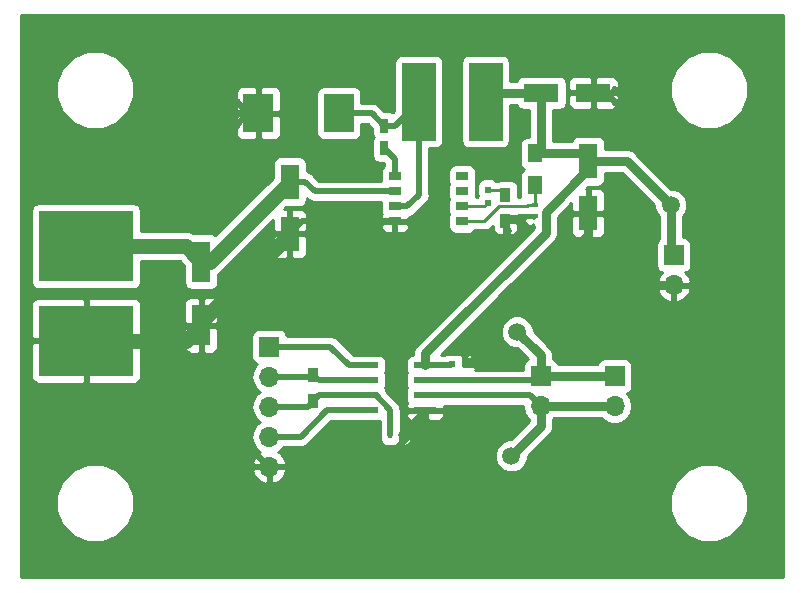
<source format=gtl>
G04 #@! TF.GenerationSoftware,KiCad,Pcbnew,5.0.0*
G04 #@! TF.CreationDate,2018-08-15T09:16:39-04:00*
G04 #@! TF.ProjectId,rs485,72733438352E6B696361645F70636200,rev?*
G04 #@! TF.SameCoordinates,Original*
G04 #@! TF.FileFunction,Copper,L1,Top,Signal*
G04 #@! TF.FilePolarity,Positive*
%FSLAX46Y46*%
G04 Gerber Fmt 4.6, Leading zero omitted, Abs format (unit mm)*
G04 Created by KiCad (PCBNEW 5.0.0) date Wed Aug 15 09:16:39 2018*
%MOMM*%
%LPD*%
G01*
G04 APERTURE LIST*
G04 #@! TA.AperFunction,ComponentPad*
%ADD10O,1.700000X1.700000*%
G04 #@! TD*
G04 #@! TA.AperFunction,ComponentPad*
%ADD11R,1.700000X1.700000*%
G04 #@! TD*
G04 #@! TA.AperFunction,SMDPad,CuDef*
%ADD12R,3.000000X1.600000*%
G04 #@! TD*
G04 #@! TA.AperFunction,SMDPad,CuDef*
%ADD13R,1.600000X3.000000*%
G04 #@! TD*
G04 #@! TA.AperFunction,SMDPad,CuDef*
%ADD14R,1.600000X3.500000*%
G04 #@! TD*
G04 #@! TA.AperFunction,SMDPad,CuDef*
%ADD15R,0.500000X0.600000*%
G04 #@! TD*
G04 #@! TA.AperFunction,SMDPad,CuDef*
%ADD16R,0.750000X1.200000*%
G04 #@! TD*
G04 #@! TA.AperFunction,SMDPad,CuDef*
%ADD17R,0.600000X0.500000*%
G04 #@! TD*
G04 #@! TA.AperFunction,BGAPad,CuDef*
%ADD18C,1.500000*%
G04 #@! TD*
G04 #@! TA.AperFunction,SMDPad,CuDef*
%ADD19R,0.600000X0.400000*%
G04 #@! TD*
G04 #@! TA.AperFunction,SMDPad,CuDef*
%ADD20R,0.400000X0.600000*%
G04 #@! TD*
G04 #@! TA.AperFunction,SMDPad,CuDef*
%ADD21R,0.900000X1.200000*%
G04 #@! TD*
G04 #@! TA.AperFunction,SMDPad,CuDef*
%ADD22R,1.300000X1.500000*%
G04 #@! TD*
G04 #@! TA.AperFunction,SMDPad,CuDef*
%ADD23R,1.100000X0.760000*%
G04 #@! TD*
G04 #@! TA.AperFunction,SMDPad,CuDef*
%ADD24R,8.000000X6.000000*%
G04 #@! TD*
G04 #@! TA.AperFunction,SMDPad,CuDef*
%ADD25R,1.980000X0.530000*%
G04 #@! TD*
G04 #@! TA.AperFunction,SMDPad,CuDef*
%ADD26R,2.850000X6.600000*%
G04 #@! TD*
G04 #@! TA.AperFunction,SMDPad,CuDef*
%ADD27R,2.499360X3.299460*%
G04 #@! TD*
G04 #@! TA.AperFunction,ViaPad*
%ADD28C,0.685800*%
G04 #@! TD*
G04 #@! TA.AperFunction,Conductor*
%ADD29C,1.270000*%
G04 #@! TD*
G04 #@! TA.AperFunction,Conductor*
%ADD30C,0.508000*%
G04 #@! TD*
G04 #@! TA.AperFunction,Conductor*
%ADD31C,0.762000*%
G04 #@! TD*
G04 #@! TA.AperFunction,Conductor*
%ADD32C,0.254000*%
G04 #@! TD*
G04 #@! TA.AperFunction,Conductor*
%ADD33C,0.330200*%
G04 #@! TD*
G04 APERTURE END LIST*
D10*
G04 #@! TO.P,J2,5*
G04 #@! TO.N,GND*
X50750000Y-109910000D03*
G04 #@! TO.P,J2,4*
G04 #@! TO.N,Net-(J2-Pad4)*
X50750000Y-107370000D03*
G04 #@! TO.P,J2,3*
G04 #@! TO.N,Net-(J2-Pad3)*
X50750000Y-104830000D03*
G04 #@! TO.P,J2,2*
G04 #@! TO.N,Net-(J2-Pad2)*
X50750000Y-102290000D03*
D11*
G04 #@! TO.P,J2,1*
G04 #@! TO.N,Net-(J2-Pad1)*
X50750000Y-99750000D03*
G04 #@! TD*
D12*
G04 #@! TO.P,C2,2*
G04 #@! TO.N,GND*
X78200000Y-78250000D03*
G04 #@! TO.P,C2,1*
G04 #@! TO.N,/+5V*
X73800000Y-78250000D03*
G04 #@! TD*
D13*
G04 #@! TO.P,C3,1*
G04 #@! TO.N,/+5V*
X77750000Y-84050000D03*
G04 #@! TO.P,C3,2*
G04 #@! TO.N,GND*
X77750000Y-88450000D03*
G04 #@! TD*
G04 #@! TO.P,C6,2*
G04 #@! TO.N,GND*
X52500000Y-90200000D03*
G04 #@! TO.P,C6,1*
G04 #@! TO.N,Net-(C5-Pad1)*
X52500000Y-85800000D03*
G04 #@! TD*
D14*
G04 #@! TO.P,C5,2*
G04 #@! TO.N,GND*
X45000000Y-97950000D03*
G04 #@! TO.P,C5,1*
G04 #@! TO.N,Net-(C5-Pad1)*
X45000000Y-92550000D03*
G04 #@! TD*
D15*
G04 #@! TO.P,C7,2*
G04 #@! TO.N,Net-(C7-Pad2)*
X69250000Y-86450000D03*
G04 #@! TO.P,C7,1*
G04 #@! TO.N,Net-(C7-Pad1)*
X69250000Y-87550000D03*
G04 #@! TD*
D16*
G04 #@! TO.P,C4,2*
G04 #@! TO.N,Net-(C4-Pad2)*
X60500000Y-81050000D03*
G04 #@! TO.P,C4,1*
G04 #@! TO.N,Net-(C4-Pad1)*
X60500000Y-82950000D03*
G04 #@! TD*
D17*
G04 #@! TO.P,C1,2*
G04 #@! TO.N,GND*
X67300000Y-101250000D03*
G04 #@! TO.P,C1,1*
G04 #@! TO.N,/+5V*
X66200000Y-101250000D03*
G04 #@! TD*
D18*
G04 #@! TO.P,TP3,1*
G04 #@! TO.N,Net-(J3-Pad2)*
X71250000Y-109000000D03*
G04 #@! TD*
G04 #@! TO.P,TP2,1*
G04 #@! TO.N,Net-(J3-Pad1)*
X71750000Y-98500000D03*
G04 #@! TD*
G04 #@! TO.P,TP1,1*
G04 #@! TO.N,/+5V*
X84750000Y-87750000D03*
G04 #@! TD*
D19*
G04 #@! TO.P,R2,1*
G04 #@! TO.N,Net-(R1-Pad2)*
X73250000Y-87800000D03*
G04 #@! TO.P,R2,2*
G04 #@! TO.N,GND*
X73250000Y-88700000D03*
G04 #@! TD*
D20*
G04 #@! TO.P,R4,2*
G04 #@! TO.N,GND*
X61900000Y-107250000D03*
G04 #@! TO.P,R4,1*
G04 #@! TO.N,Net-(J2-Pad3)*
X61000000Y-107250000D03*
G04 #@! TD*
D21*
G04 #@! TO.P,R3,1*
G04 #@! TO.N,Net-(J2-Pad3)*
X54500000Y-104350000D03*
G04 #@! TO.P,R3,2*
G04 #@! TO.N,Net-(J2-Pad2)*
X54500000Y-102150000D03*
G04 #@! TD*
G04 #@! TO.P,R5,2*
G04 #@! TO.N,GND*
X70750000Y-89100000D03*
G04 #@! TO.P,R5,1*
G04 #@! TO.N,Net-(C7-Pad2)*
X70750000Y-86900000D03*
G04 #@! TD*
D22*
G04 #@! TO.P,R1,2*
G04 #@! TO.N,Net-(R1-Pad2)*
X73250000Y-86100000D03*
G04 #@! TO.P,R1,1*
G04 #@! TO.N,/+5V*
X73250000Y-83400000D03*
G04 #@! TD*
D10*
G04 #@! TO.P,J5,2*
G04 #@! TO.N,GND*
X85000000Y-94540000D03*
D11*
G04 #@! TO.P,J5,1*
G04 #@! TO.N,/+5V*
X85000000Y-92000000D03*
G04 #@! TD*
G04 #@! TO.P,J4,1*
G04 #@! TO.N,Net-(J3-Pad1)*
X73750000Y-102250000D03*
D10*
G04 #@! TO.P,J4,2*
G04 #@! TO.N,Net-(J3-Pad2)*
X73750000Y-104790000D03*
G04 #@! TD*
G04 #@! TO.P,J3,2*
G04 #@! TO.N,Net-(J3-Pad2)*
X80000000Y-104790000D03*
D11*
G04 #@! TO.P,J3,1*
G04 #@! TO.N,Net-(J3-Pad1)*
X80000000Y-102250000D03*
G04 #@! TD*
D23*
G04 #@! TO.P,U2,1*
G04 #@! TO.N,Net-(C4-Pad1)*
X61400000Y-85345000D03*
G04 #@! TO.P,U2,2*
G04 #@! TO.N,Net-(C5-Pad1)*
X61400000Y-86615000D03*
G04 #@! TO.P,U2,3*
G04 #@! TO.N,Net-(C4-Pad2)*
X61400000Y-87885000D03*
G04 #@! TO.P,U2,4*
G04 #@! TO.N,GND*
X61400000Y-89155000D03*
G04 #@! TO.P,U2,5*
G04 #@! TO.N,Net-(R1-Pad2)*
X67100000Y-89155000D03*
G04 #@! TO.P,U2,6*
G04 #@! TO.N,Net-(C7-Pad1)*
X67100000Y-87885000D03*
G04 #@! TO.P,U2,7*
G04 #@! TO.N,Net-(U2-Pad7)*
X67100000Y-86615000D03*
G04 #@! TO.P,U2,8*
G04 #@! TO.N,Net-(U2-Pad8)*
X67100000Y-85345000D03*
G04 #@! TD*
D24*
G04 #@! TO.P,J1,1*
G04 #@! TO.N,Net-(C5-Pad1)*
X35250000Y-91250000D03*
G04 #@! TO.P,J1,2*
G04 #@! TO.N,GND*
X35250000Y-99250000D03*
G04 #@! TD*
D25*
G04 #@! TO.P,U1,1*
G04 #@! TO.N,Net-(J2-Pad1)*
X59035000Y-101345000D03*
G04 #@! TO.P,U1,2*
G04 #@! TO.N,Net-(J2-Pad2)*
X59035000Y-102615000D03*
G04 #@! TO.P,U1,3*
G04 #@! TO.N,Net-(J2-Pad3)*
X59035000Y-103885000D03*
G04 #@! TO.P,U1,4*
G04 #@! TO.N,Net-(J2-Pad4)*
X59035000Y-105155000D03*
G04 #@! TO.P,U1,5*
G04 #@! TO.N,GND*
X63965000Y-105155000D03*
G04 #@! TO.P,U1,6*
G04 #@! TO.N,Net-(J3-Pad2)*
X63965000Y-103885000D03*
G04 #@! TO.P,U1,7*
G04 #@! TO.N,Net-(J3-Pad1)*
X63965000Y-102615000D03*
G04 #@! TO.P,U1,8*
G04 #@! TO.N,/+5V*
X63965000Y-101345000D03*
G04 #@! TD*
D26*
G04 #@! TO.P,L1,2*
G04 #@! TO.N,/+5V*
X69075000Y-79000000D03*
G04 #@! TO.P,L1,1*
G04 #@! TO.N,Net-(C4-Pad2)*
X63425000Y-79000000D03*
G04 #@! TD*
D27*
G04 #@! TO.P,D1,1*
G04 #@! TO.N,Net-(C4-Pad2)*
X56651060Y-80000000D03*
G04 #@! TO.P,D1,2*
G04 #@! TO.N,GND*
X49848940Y-80000000D03*
G04 #@! TD*
D28*
G04 #@! TO.N,GND*
X42000000Y-101000000D03*
X41000000Y-101000000D03*
X41000000Y-102000000D03*
X42000000Y-102000000D03*
X64000000Y-106000000D03*
X68000000Y-101000000D03*
X81000000Y-78000000D03*
X81000000Y-79000000D03*
X80000000Y-79000000D03*
X80000000Y-78000000D03*
X77000000Y-91000000D03*
X78000000Y-92000000D03*
X77000000Y-92000000D03*
X48000000Y-79000000D03*
X48000000Y-80000000D03*
X48000000Y-81000000D03*
X47000000Y-79000000D03*
X47000000Y-80000000D03*
X47000000Y-81000000D03*
X58000000Y-90000000D03*
X59000000Y-90000000D03*
X58000000Y-91000000D03*
X59000000Y-91000000D03*
X71000000Y-90000000D03*
G04 #@! TD*
D29*
G04 #@! TO.N,GND*
X43700000Y-99250000D02*
X45000000Y-97950000D01*
X45000000Y-97700000D02*
X52500000Y-90200000D01*
X45000000Y-97950000D02*
X45000000Y-97700000D01*
D30*
X53545000Y-89155000D02*
X52500000Y-90200000D01*
X63965000Y-105185000D02*
X61900000Y-107250000D01*
X63965000Y-105155000D02*
X63965000Y-105185000D01*
D31*
X83797919Y-94540000D02*
X85000000Y-94540000D01*
X81578000Y-94540000D02*
X83797919Y-94540000D01*
X77750000Y-90712000D02*
X81578000Y-94540000D01*
X77750000Y-88450000D02*
X77750000Y-90712000D01*
D32*
X71150000Y-88700000D02*
X70750000Y-89100000D01*
X73250000Y-88700000D02*
X71150000Y-88700000D01*
X41000000Y-99250000D02*
X41000000Y-101000000D01*
D29*
X35250000Y-99250000D02*
X41000000Y-99250000D01*
X41000000Y-99250000D02*
X42000000Y-99250000D01*
D32*
X42000000Y-99250000D02*
X42000000Y-101000000D01*
D29*
X42000000Y-99250000D02*
X43700000Y-99250000D01*
D32*
X42000000Y-101000000D02*
X42000000Y-102000000D01*
X41000000Y-101000000D02*
X41000000Y-102000000D01*
X41000000Y-102000000D02*
X41000000Y-102000000D01*
X42000000Y-102000000D02*
X42000000Y-102000000D01*
D30*
X42840000Y-102000000D02*
X50750000Y-109910000D01*
X42000000Y-102000000D02*
X42840000Y-102000000D01*
X63965000Y-105928000D02*
X63965000Y-105155000D01*
X50750000Y-109910000D02*
X59983000Y-109910000D01*
X59983000Y-109910000D02*
X63965000Y-105928000D01*
X63965000Y-105928000D02*
X63965000Y-105965000D01*
X63965000Y-105965000D02*
X64000000Y-106000000D01*
X67550000Y-101000000D02*
X67300000Y-101250000D01*
X68000000Y-101000000D02*
X67550000Y-101000000D01*
X78200000Y-78250000D02*
X80750000Y-78250000D01*
X80750000Y-78250000D02*
X81000000Y-78000000D01*
X78200000Y-78250000D02*
X80250000Y-78250000D01*
X80250000Y-78250000D02*
X81000000Y-79000000D01*
X78200000Y-78250000D02*
X79250000Y-78250000D01*
X79250000Y-78250000D02*
X80000000Y-79000000D01*
X78200000Y-78250000D02*
X79750000Y-78250000D01*
X79750000Y-78250000D02*
X80000000Y-78000000D01*
X77750000Y-88450000D02*
X77750000Y-90250000D01*
X77750000Y-90250000D02*
X77000000Y-91000000D01*
X77750000Y-88450000D02*
X77750000Y-91750000D01*
X77750000Y-91750000D02*
X78000000Y-92000000D01*
X77750000Y-88450000D02*
X77750000Y-91250000D01*
X77750000Y-91250000D02*
X77000000Y-92000000D01*
X49848940Y-80000000D02*
X49000000Y-80000000D01*
X49000000Y-80000000D02*
X48000000Y-79000000D01*
X49848940Y-80000000D02*
X48000000Y-80000000D01*
X49000000Y-80000000D02*
X48000000Y-81000000D01*
X48000000Y-80000000D02*
X47000000Y-79000000D01*
X49848940Y-80000000D02*
X47000000Y-80000000D01*
X48000000Y-80000000D02*
X47000000Y-81000000D01*
X58000000Y-89155000D02*
X58000000Y-90000000D01*
X58000000Y-89155000D02*
X53545000Y-89155000D01*
X59000000Y-89155000D02*
X59000000Y-90000000D01*
X61400000Y-89155000D02*
X59000000Y-89155000D01*
X59000000Y-89155000D02*
X58000000Y-89155000D01*
X58000000Y-90000000D02*
X58000000Y-91000000D01*
X59000000Y-90000000D02*
X59000000Y-91000000D01*
D33*
X70750000Y-89100000D02*
X70750000Y-89750000D01*
X70750000Y-89750000D02*
X71000000Y-90000000D01*
X58000000Y-90000000D02*
X59000000Y-91000000D01*
X59000000Y-90000000D02*
X58000000Y-91000000D01*
D31*
G04 #@! TO.N,/+5V*
X69825000Y-78250000D02*
X69075000Y-79000000D01*
X73800000Y-78250000D02*
X69825000Y-78250000D01*
X73800000Y-82850000D02*
X73250000Y-83400000D01*
X73800000Y-78250000D02*
X73800000Y-82850000D01*
X77100000Y-83400000D02*
X77750000Y-84050000D01*
X73250000Y-83400000D02*
X77100000Y-83400000D01*
X81050000Y-84050000D02*
X84750000Y-87750000D01*
X77750000Y-84050000D02*
X81050000Y-84050000D01*
X84750000Y-91750000D02*
X85000000Y-92000000D01*
X84750000Y-87750000D02*
X84750000Y-91750000D01*
D30*
X66105000Y-101345000D02*
X66200000Y-101250000D01*
X63965000Y-101345000D02*
X66105000Y-101345000D01*
D31*
X63965000Y-100318000D02*
X63965000Y-101345000D01*
X74185001Y-90097999D02*
X63965000Y-100318000D01*
X74185001Y-88314999D02*
X74185001Y-90097999D01*
X77750000Y-84750000D02*
X74185001Y-88314999D01*
X77750000Y-84050000D02*
X77750000Y-84750000D01*
D30*
G04 #@! TO.N,Net-(J2-Pad1)*
X55942000Y-99750000D02*
X52108000Y-99750000D01*
X52108000Y-99750000D02*
X50750000Y-99750000D01*
X57537000Y-101345000D02*
X55942000Y-99750000D01*
X59035000Y-101345000D02*
X57537000Y-101345000D01*
G04 #@! TO.N,Net-(J2-Pad2)*
X54360000Y-102290000D02*
X54500000Y-102150000D01*
X50750000Y-102290000D02*
X54360000Y-102290000D01*
X54965000Y-102615000D02*
X54500000Y-102150000D01*
X59035000Y-102615000D02*
X54965000Y-102615000D01*
G04 #@! TO.N,Net-(J2-Pad3)*
X61000000Y-106442000D02*
X61000000Y-107250000D01*
X61000000Y-105125000D02*
X61000000Y-106442000D01*
X59760000Y-103885000D02*
X61000000Y-105125000D01*
X59035000Y-103885000D02*
X59760000Y-103885000D01*
X54965000Y-103885000D02*
X54500000Y-104350000D01*
X59035000Y-103885000D02*
X54965000Y-103885000D01*
X54020000Y-104830000D02*
X54500000Y-104350000D01*
X50750000Y-104830000D02*
X54020000Y-104830000D01*
G04 #@! TO.N,Net-(J2-Pad4)*
X59035000Y-105155000D02*
X55629435Y-105155000D01*
X53414435Y-107370000D02*
X51952081Y-107370000D01*
X55629435Y-105155000D02*
X53414435Y-107370000D01*
X51952081Y-107370000D02*
X50750000Y-107370000D01*
D31*
G04 #@! TO.N,Net-(J3-Pad2)*
X73750000Y-104790000D02*
X80000000Y-104790000D01*
X73750000Y-106500000D02*
X71250000Y-109000000D01*
X73750000Y-104790000D02*
X73750000Y-106500000D01*
D30*
X72845000Y-103885000D02*
X73750000Y-104790000D01*
X63965000Y-103885000D02*
X72845000Y-103885000D01*
D31*
G04 #@! TO.N,Net-(J3-Pad1)*
X73750000Y-102250000D02*
X80000000Y-102250000D01*
X73750000Y-100500000D02*
X71750000Y-98500000D01*
X73750000Y-102250000D02*
X73750000Y-100500000D01*
D30*
X73385000Y-102615000D02*
X73750000Y-102250000D01*
X63965000Y-102615000D02*
X73385000Y-102615000D01*
D32*
G04 #@! TO.N,Net-(R1-Pad2)*
X72696000Y-87800000D02*
X73250000Y-87800000D01*
X72614999Y-87881001D02*
X72696000Y-87800000D01*
X70233197Y-87881001D02*
X72614999Y-87881001D01*
X68959198Y-89155000D02*
X70233197Y-87881001D01*
X67100000Y-89155000D02*
X68959198Y-89155000D01*
X73250000Y-86100000D02*
X73250000Y-87800000D01*
D30*
G04 #@! TO.N,Net-(C4-Pad1)*
X61400000Y-83850000D02*
X60500000Y-82950000D01*
X61400000Y-85345000D02*
X61400000Y-83850000D01*
G04 #@! TO.N,Net-(C4-Pad2)*
X59450000Y-80000000D02*
X60500000Y-81050000D01*
X56651060Y-80000000D02*
X59450000Y-80000000D01*
X61375000Y-81050000D02*
X63425000Y-79000000D01*
X60500000Y-81050000D02*
X61375000Y-81050000D01*
X63425000Y-82808000D02*
X63425000Y-79000000D01*
X63425000Y-86918000D02*
X63425000Y-82808000D01*
X62458000Y-87885000D02*
X63425000Y-86918000D01*
X61400000Y-87885000D02*
X62458000Y-87885000D01*
D29*
G04 #@! TO.N,Net-(C5-Pad1)*
X43700000Y-91250000D02*
X45000000Y-92550000D01*
X35250000Y-91250000D02*
X43700000Y-91250000D01*
X45750000Y-92550000D02*
X52500000Y-85800000D01*
X45000000Y-92550000D02*
X45750000Y-92550000D01*
D30*
X60342000Y-86615000D02*
X61400000Y-86615000D01*
X53808000Y-85800000D02*
X54623000Y-86615000D01*
X54623000Y-86615000D02*
X60342000Y-86615000D01*
X52500000Y-85800000D02*
X53808000Y-85800000D01*
D32*
G04 #@! TO.N,Net-(C7-Pad1)*
X68915000Y-87885000D02*
X69250000Y-87550000D01*
X67100000Y-87885000D02*
X68915000Y-87885000D01*
G04 #@! TO.N,Net-(C7-Pad2)*
X70300000Y-86450000D02*
X70750000Y-86900000D01*
X69250000Y-86450000D02*
X70300000Y-86450000D01*
G04 #@! TD*
G04 #@! TO.N,GND*
G36*
X94288801Y-119288800D02*
X29711200Y-119288800D01*
X29711200Y-112346573D01*
X32715000Y-112346573D01*
X32715000Y-113653427D01*
X33215111Y-114860803D01*
X34139197Y-115784889D01*
X35346573Y-116285000D01*
X36653427Y-116285000D01*
X37860803Y-115784889D01*
X38784889Y-114860803D01*
X39285000Y-113653427D01*
X39285000Y-112346573D01*
X84715000Y-112346573D01*
X84715000Y-113653427D01*
X85215111Y-114860803D01*
X86139197Y-115784889D01*
X87346573Y-116285000D01*
X88653427Y-116285000D01*
X89860803Y-115784889D01*
X90784889Y-114860803D01*
X91285000Y-113653427D01*
X91285000Y-112346573D01*
X90784889Y-111139197D01*
X89860803Y-110215111D01*
X88653427Y-109715000D01*
X87346573Y-109715000D01*
X86139197Y-110215111D01*
X85215111Y-111139197D01*
X84715000Y-112346573D01*
X39285000Y-112346573D01*
X38784889Y-111139197D01*
X37912582Y-110266890D01*
X49308524Y-110266890D01*
X49478355Y-110676924D01*
X49868642Y-111105183D01*
X50393108Y-111351486D01*
X50623000Y-111230819D01*
X50623000Y-110037000D01*
X50877000Y-110037000D01*
X50877000Y-111230819D01*
X51106892Y-111351486D01*
X51631358Y-111105183D01*
X52021645Y-110676924D01*
X52191476Y-110266890D01*
X52070155Y-110037000D01*
X50877000Y-110037000D01*
X50623000Y-110037000D01*
X49429845Y-110037000D01*
X49308524Y-110266890D01*
X37912582Y-110266890D01*
X37860803Y-110215111D01*
X36653427Y-109715000D01*
X35346573Y-109715000D01*
X34139197Y-110215111D01*
X33215111Y-111139197D01*
X32715000Y-112346573D01*
X29711200Y-112346573D01*
X29711200Y-99535750D01*
X30615000Y-99535750D01*
X30615000Y-102376310D01*
X30711673Y-102609699D01*
X30890302Y-102788327D01*
X31123691Y-102885000D01*
X34964250Y-102885000D01*
X35123000Y-102726250D01*
X35123000Y-99377000D01*
X35377000Y-99377000D01*
X35377000Y-102726250D01*
X35535750Y-102885000D01*
X39376309Y-102885000D01*
X39609698Y-102788327D01*
X39788327Y-102609699D01*
X39885000Y-102376310D01*
X39885000Y-102290000D01*
X49235908Y-102290000D01*
X49351161Y-102869418D01*
X49679375Y-103360625D01*
X49977761Y-103560000D01*
X49679375Y-103759375D01*
X49351161Y-104250582D01*
X49235908Y-104830000D01*
X49351161Y-105409418D01*
X49679375Y-105900625D01*
X49977761Y-106100000D01*
X49679375Y-106299375D01*
X49351161Y-106790582D01*
X49235908Y-107370000D01*
X49351161Y-107949418D01*
X49679375Y-108440625D01*
X49998478Y-108653843D01*
X49868642Y-108714817D01*
X49478355Y-109143076D01*
X49308524Y-109553110D01*
X49429845Y-109783000D01*
X50623000Y-109783000D01*
X50623000Y-109763000D01*
X50877000Y-109763000D01*
X50877000Y-109783000D01*
X52070155Y-109783000D01*
X52191476Y-109553110D01*
X52021645Y-109143076D01*
X51631358Y-108714817D01*
X51501522Y-108653843D01*
X51820625Y-108440625D01*
X51941983Y-108259000D01*
X53326880Y-108259000D01*
X53414435Y-108276416D01*
X53501990Y-108259000D01*
X53501991Y-108259000D01*
X53761305Y-108207419D01*
X54055368Y-108010933D01*
X54104966Y-107936704D01*
X55997671Y-106044000D01*
X57927158Y-106044000D01*
X58045000Y-106067440D01*
X60025000Y-106067440D01*
X60111001Y-106050334D01*
X60111001Y-106354441D01*
X60111000Y-106354445D01*
X60111000Y-107337556D01*
X60152560Y-107546487D01*
X60152560Y-107550000D01*
X60201843Y-107797765D01*
X60342191Y-108007809D01*
X60552235Y-108148157D01*
X60800000Y-108197440D01*
X61200000Y-108197440D01*
X61447765Y-108148157D01*
X61461916Y-108138701D01*
X61573691Y-108185000D01*
X61641250Y-108185000D01*
X61800000Y-108026250D01*
X61800000Y-107788500D01*
X61847440Y-107550000D01*
X61847440Y-107546491D01*
X61881154Y-107377000D01*
X62000000Y-107377000D01*
X62000000Y-108026250D01*
X62158750Y-108185000D01*
X62226309Y-108185000D01*
X62459698Y-108088327D01*
X62638327Y-107909699D01*
X62735000Y-107676310D01*
X62735000Y-107535750D01*
X62576250Y-107377000D01*
X62000000Y-107377000D01*
X61881154Y-107377000D01*
X61889000Y-107337556D01*
X61889000Y-106473750D01*
X62000000Y-106473750D01*
X62000000Y-107123000D01*
X62576250Y-107123000D01*
X62735000Y-106964250D01*
X62735000Y-106823690D01*
X62638327Y-106590301D01*
X62459698Y-106411673D01*
X62226309Y-106315000D01*
X62158750Y-106315000D01*
X62000000Y-106473750D01*
X61889000Y-106473750D01*
X61889000Y-105440750D01*
X62340000Y-105440750D01*
X62340000Y-105546310D01*
X62436673Y-105779699D01*
X62615302Y-105958327D01*
X62848691Y-106055000D01*
X63679250Y-106055000D01*
X63838000Y-105896250D01*
X63838000Y-105282000D01*
X64092000Y-105282000D01*
X64092000Y-105896250D01*
X64250750Y-106055000D01*
X65081309Y-106055000D01*
X65314698Y-105958327D01*
X65493327Y-105779699D01*
X65590000Y-105546310D01*
X65590000Y-105440750D01*
X65431250Y-105282000D01*
X64092000Y-105282000D01*
X63838000Y-105282000D01*
X62498750Y-105282000D01*
X62340000Y-105440750D01*
X61889000Y-105440750D01*
X61889000Y-105212555D01*
X61906416Y-105125000D01*
X61871606Y-104950000D01*
X61837419Y-104778130D01*
X61640933Y-104484067D01*
X61566707Y-104434471D01*
X60652627Y-103520392D01*
X60623157Y-103372235D01*
X60541482Y-103250000D01*
X60623157Y-103127765D01*
X60672440Y-102880000D01*
X60672440Y-102350000D01*
X60623157Y-102102235D01*
X60541482Y-101980000D01*
X60623157Y-101857765D01*
X60672440Y-101610000D01*
X60672440Y-101080000D01*
X62327560Y-101080000D01*
X62327560Y-101610000D01*
X62376843Y-101857765D01*
X62458518Y-101980000D01*
X62376843Y-102102235D01*
X62327560Y-102350000D01*
X62327560Y-102880000D01*
X62376843Y-103127765D01*
X62458518Y-103250000D01*
X62376843Y-103372235D01*
X62327560Y-103620000D01*
X62327560Y-104150000D01*
X62376843Y-104397765D01*
X62453894Y-104513080D01*
X62436673Y-104530301D01*
X62340000Y-104763690D01*
X62340000Y-104869250D01*
X62498750Y-105028000D01*
X63838000Y-105028000D01*
X63838000Y-105008000D01*
X64092000Y-105008000D01*
X64092000Y-105028000D01*
X65431250Y-105028000D01*
X65590000Y-104869250D01*
X65590000Y-104774000D01*
X72239091Y-104774000D01*
X72235908Y-104790000D01*
X72351161Y-105369418D01*
X72679375Y-105860625D01*
X72734001Y-105897125D01*
X72734001Y-106079158D01*
X71198160Y-107615000D01*
X70974506Y-107615000D01*
X70465460Y-107825853D01*
X70075853Y-108215460D01*
X69865000Y-108724506D01*
X69865000Y-109275494D01*
X70075853Y-109784540D01*
X70465460Y-110174147D01*
X70974506Y-110385000D01*
X71525494Y-110385000D01*
X72034540Y-110174147D01*
X72424147Y-109784540D01*
X72635000Y-109275494D01*
X72635000Y-109051840D01*
X74397663Y-107289178D01*
X74482495Y-107232495D01*
X74707051Y-106896423D01*
X74766000Y-106600065D01*
X74766000Y-106600064D01*
X74785904Y-106500000D01*
X74766000Y-106399937D01*
X74766000Y-105897124D01*
X74820625Y-105860625D01*
X74857124Y-105806000D01*
X78892876Y-105806000D01*
X78929375Y-105860625D01*
X79420582Y-106188839D01*
X79853744Y-106275000D01*
X80146256Y-106275000D01*
X80579418Y-106188839D01*
X81070625Y-105860625D01*
X81398839Y-105369418D01*
X81514092Y-104790000D01*
X81398839Y-104210582D01*
X81070625Y-103719375D01*
X81052381Y-103707184D01*
X81097765Y-103698157D01*
X81307809Y-103557809D01*
X81448157Y-103347765D01*
X81497440Y-103100000D01*
X81497440Y-101400000D01*
X81448157Y-101152235D01*
X81307809Y-100942191D01*
X81097765Y-100801843D01*
X80850000Y-100752560D01*
X79150000Y-100752560D01*
X78902235Y-100801843D01*
X78692191Y-100942191D01*
X78551843Y-101152235D01*
X78535579Y-101234000D01*
X75214421Y-101234000D01*
X75198157Y-101152235D01*
X75057809Y-100942191D01*
X74847765Y-100801843D01*
X74766000Y-100785579D01*
X74766000Y-100600063D01*
X74785904Y-100499999D01*
X74759051Y-100365000D01*
X74707051Y-100103577D01*
X74482495Y-99767505D01*
X74397663Y-99710822D01*
X73135000Y-98448160D01*
X73135000Y-98224506D01*
X72924147Y-97715460D01*
X72534540Y-97325853D01*
X72025494Y-97115000D01*
X71474506Y-97115000D01*
X70965460Y-97325853D01*
X70575853Y-97715460D01*
X70365000Y-98224506D01*
X70365000Y-98775494D01*
X70575853Y-99284540D01*
X70965460Y-99674147D01*
X71474506Y-99885000D01*
X71698160Y-99885000D01*
X72629916Y-100816756D01*
X72442191Y-100942191D01*
X72301843Y-101152235D01*
X72252560Y-101400000D01*
X72252560Y-101726000D01*
X68193707Y-101726000D01*
X68235000Y-101626310D01*
X68235000Y-101533750D01*
X68076250Y-101375000D01*
X67427000Y-101375000D01*
X67427000Y-101397000D01*
X67173000Y-101397000D01*
X67173000Y-101375000D01*
X67153000Y-101375000D01*
X67153000Y-101125000D01*
X67173000Y-101125000D01*
X67173000Y-100523750D01*
X67427000Y-100523750D01*
X67427000Y-101125000D01*
X68076250Y-101125000D01*
X68235000Y-100966250D01*
X68235000Y-100873690D01*
X68138327Y-100640301D01*
X67959698Y-100461673D01*
X67726309Y-100365000D01*
X67585750Y-100365000D01*
X67427000Y-100523750D01*
X67173000Y-100523750D01*
X67014250Y-100365000D01*
X66873691Y-100365000D01*
X66761916Y-100411299D01*
X66747765Y-100401843D01*
X66500000Y-100352560D01*
X66245119Y-100352560D01*
X66199999Y-100343585D01*
X66154879Y-100352560D01*
X65900000Y-100352560D01*
X65652235Y-100401843D01*
X65571184Y-100456000D01*
X65263840Y-100456000D01*
X70822950Y-94896890D01*
X83558524Y-94896890D01*
X83728355Y-95306924D01*
X84118642Y-95735183D01*
X84643108Y-95981486D01*
X84873000Y-95860819D01*
X84873000Y-94667000D01*
X85127000Y-94667000D01*
X85127000Y-95860819D01*
X85356892Y-95981486D01*
X85881358Y-95735183D01*
X86271645Y-95306924D01*
X86441476Y-94896890D01*
X86320155Y-94667000D01*
X85127000Y-94667000D01*
X84873000Y-94667000D01*
X83679845Y-94667000D01*
X83558524Y-94896890D01*
X70822950Y-94896890D01*
X74832664Y-90887177D01*
X74917496Y-90830494D01*
X75142052Y-90494422D01*
X75201001Y-90198064D01*
X75201001Y-90198063D01*
X75220905Y-90098000D01*
X75201001Y-89997936D01*
X75201001Y-88735839D01*
X75201090Y-88735750D01*
X76315000Y-88735750D01*
X76315000Y-90076309D01*
X76411673Y-90309698D01*
X76590301Y-90488327D01*
X76823690Y-90585000D01*
X77464250Y-90585000D01*
X77623000Y-90426250D01*
X77623000Y-88577000D01*
X77877000Y-88577000D01*
X77877000Y-90426250D01*
X78035750Y-90585000D01*
X78676310Y-90585000D01*
X78909699Y-90488327D01*
X79088327Y-90309698D01*
X79185000Y-90076309D01*
X79185000Y-88735750D01*
X79026250Y-88577000D01*
X77877000Y-88577000D01*
X77623000Y-88577000D01*
X76473750Y-88577000D01*
X76315000Y-88735750D01*
X75201090Y-88735750D01*
X76315000Y-87621840D01*
X76315000Y-88164250D01*
X76473750Y-88323000D01*
X77623000Y-88323000D01*
X77623000Y-86473750D01*
X77877000Y-86473750D01*
X77877000Y-88323000D01*
X79026250Y-88323000D01*
X79185000Y-88164250D01*
X79185000Y-86823691D01*
X79088327Y-86590302D01*
X78909699Y-86411673D01*
X78676310Y-86315000D01*
X78035750Y-86315000D01*
X77877000Y-86473750D01*
X77623000Y-86473750D01*
X77543045Y-86393795D01*
X77739401Y-86197440D01*
X78550000Y-86197440D01*
X78797765Y-86148157D01*
X79007809Y-86007809D01*
X79148157Y-85797765D01*
X79197440Y-85550000D01*
X79197440Y-85066000D01*
X80629160Y-85066000D01*
X83365000Y-87801841D01*
X83365000Y-88025494D01*
X83575853Y-88534540D01*
X83734000Y-88692687D01*
X83734001Y-90664254D01*
X83692191Y-90692191D01*
X83551843Y-90902235D01*
X83502560Y-91150000D01*
X83502560Y-92850000D01*
X83551843Y-93097765D01*
X83692191Y-93307809D01*
X83902235Y-93448157D01*
X84005708Y-93468739D01*
X83728355Y-93773076D01*
X83558524Y-94183110D01*
X83679845Y-94413000D01*
X84873000Y-94413000D01*
X84873000Y-94393000D01*
X85127000Y-94393000D01*
X85127000Y-94413000D01*
X86320155Y-94413000D01*
X86441476Y-94183110D01*
X86271645Y-93773076D01*
X85994292Y-93468739D01*
X86097765Y-93448157D01*
X86307809Y-93307809D01*
X86448157Y-93097765D01*
X86497440Y-92850000D01*
X86497440Y-91150000D01*
X86448157Y-90902235D01*
X86307809Y-90692191D01*
X86097765Y-90551843D01*
X85850000Y-90502560D01*
X85766000Y-90502560D01*
X85766000Y-88692687D01*
X85924147Y-88534540D01*
X86135000Y-88025494D01*
X86135000Y-87474506D01*
X85924147Y-86965460D01*
X85534540Y-86575853D01*
X85025494Y-86365000D01*
X84801841Y-86365000D01*
X81839180Y-83402340D01*
X81782495Y-83317505D01*
X81446423Y-83092949D01*
X81150065Y-83034000D01*
X81150063Y-83034000D01*
X81050000Y-83014096D01*
X80949937Y-83034000D01*
X79197440Y-83034000D01*
X79197440Y-82550000D01*
X79148157Y-82302235D01*
X79007809Y-82092191D01*
X78797765Y-81951843D01*
X78550000Y-81902560D01*
X76950000Y-81902560D01*
X76702235Y-81951843D01*
X76492191Y-82092191D01*
X76351843Y-82302235D01*
X76335579Y-82384000D01*
X74816000Y-82384000D01*
X74816000Y-79697440D01*
X75300000Y-79697440D01*
X75547765Y-79648157D01*
X75757809Y-79507809D01*
X75898157Y-79297765D01*
X75947440Y-79050000D01*
X75947440Y-78535750D01*
X76065000Y-78535750D01*
X76065000Y-79176310D01*
X76161673Y-79409699D01*
X76340302Y-79588327D01*
X76573691Y-79685000D01*
X77914250Y-79685000D01*
X78073000Y-79526250D01*
X78073000Y-78377000D01*
X78327000Y-78377000D01*
X78327000Y-79526250D01*
X78485750Y-79685000D01*
X79826309Y-79685000D01*
X80059698Y-79588327D01*
X80238327Y-79409699D01*
X80335000Y-79176310D01*
X80335000Y-78535750D01*
X80176250Y-78377000D01*
X78327000Y-78377000D01*
X78073000Y-78377000D01*
X76223750Y-78377000D01*
X76065000Y-78535750D01*
X75947440Y-78535750D01*
X75947440Y-77450000D01*
X75922316Y-77323690D01*
X76065000Y-77323690D01*
X76065000Y-77964250D01*
X76223750Y-78123000D01*
X78073000Y-78123000D01*
X78073000Y-76973750D01*
X78327000Y-76973750D01*
X78327000Y-78123000D01*
X80176250Y-78123000D01*
X80335000Y-77964250D01*
X80335000Y-77346573D01*
X84715000Y-77346573D01*
X84715000Y-78653427D01*
X85215111Y-79860803D01*
X86139197Y-80784889D01*
X87346573Y-81285000D01*
X88653427Y-81285000D01*
X89860803Y-80784889D01*
X90784889Y-79860803D01*
X91285000Y-78653427D01*
X91285000Y-77346573D01*
X90784889Y-76139197D01*
X89860803Y-75215111D01*
X88653427Y-74715000D01*
X87346573Y-74715000D01*
X86139197Y-75215111D01*
X85215111Y-76139197D01*
X84715000Y-77346573D01*
X80335000Y-77346573D01*
X80335000Y-77323690D01*
X80238327Y-77090301D01*
X80059698Y-76911673D01*
X79826309Y-76815000D01*
X78485750Y-76815000D01*
X78327000Y-76973750D01*
X78073000Y-76973750D01*
X77914250Y-76815000D01*
X76573691Y-76815000D01*
X76340302Y-76911673D01*
X76161673Y-77090301D01*
X76065000Y-77323690D01*
X75922316Y-77323690D01*
X75898157Y-77202235D01*
X75757809Y-76992191D01*
X75547765Y-76851843D01*
X75300000Y-76802560D01*
X72300000Y-76802560D01*
X72052235Y-76851843D01*
X71842191Y-76992191D01*
X71701843Y-77202235D01*
X71695525Y-77234000D01*
X71147440Y-77234000D01*
X71147440Y-75700000D01*
X71098157Y-75452235D01*
X70957809Y-75242191D01*
X70747765Y-75101843D01*
X70500000Y-75052560D01*
X67650000Y-75052560D01*
X67402235Y-75101843D01*
X67192191Y-75242191D01*
X67051843Y-75452235D01*
X67002560Y-75700000D01*
X67002560Y-82300000D01*
X67051843Y-82547765D01*
X67192191Y-82757809D01*
X67402235Y-82898157D01*
X67650000Y-82947440D01*
X70500000Y-82947440D01*
X70747765Y-82898157D01*
X70957809Y-82757809D01*
X71098157Y-82547765D01*
X71147440Y-82300000D01*
X71147440Y-79266000D01*
X71695525Y-79266000D01*
X71701843Y-79297765D01*
X71842191Y-79507809D01*
X72052235Y-79648157D01*
X72300000Y-79697440D01*
X72784000Y-79697440D01*
X72784001Y-82002560D01*
X72600000Y-82002560D01*
X72352235Y-82051843D01*
X72142191Y-82192191D01*
X72001843Y-82402235D01*
X71952560Y-82650000D01*
X71952560Y-84150000D01*
X72001843Y-84397765D01*
X72142191Y-84607809D01*
X72352235Y-84748157D01*
X72361500Y-84750000D01*
X72352235Y-84751843D01*
X72142191Y-84892191D01*
X72001843Y-85102235D01*
X71952560Y-85350000D01*
X71952560Y-86850000D01*
X72001843Y-87097765D01*
X72016033Y-87119001D01*
X71847440Y-87119001D01*
X71847440Y-86300000D01*
X71798157Y-86052235D01*
X71657809Y-85842191D01*
X71447765Y-85701843D01*
X71200000Y-85652560D01*
X70300000Y-85652560D01*
X70121829Y-85688000D01*
X69951537Y-85688000D01*
X69747765Y-85551843D01*
X69500000Y-85502560D01*
X69000000Y-85502560D01*
X68752235Y-85551843D01*
X68542191Y-85692191D01*
X68401843Y-85902235D01*
X68352560Y-86150000D01*
X68352560Y-86750000D01*
X68401843Y-86997765D01*
X68403336Y-87000000D01*
X68401843Y-87002235D01*
X68377822Y-87123000D01*
X68271979Y-87123000D01*
X68297440Y-86995000D01*
X68297440Y-86235000D01*
X68248157Y-85987235D01*
X68243323Y-85980000D01*
X68248157Y-85972765D01*
X68297440Y-85725000D01*
X68297440Y-84965000D01*
X68248157Y-84717235D01*
X68107809Y-84507191D01*
X67897765Y-84366843D01*
X67650000Y-84317560D01*
X66550000Y-84317560D01*
X66302235Y-84366843D01*
X66092191Y-84507191D01*
X65951843Y-84717235D01*
X65902560Y-84965000D01*
X65902560Y-85725000D01*
X65951843Y-85972765D01*
X65956677Y-85980000D01*
X65951843Y-85987235D01*
X65902560Y-86235000D01*
X65902560Y-86995000D01*
X65951843Y-87242765D01*
X65956677Y-87250000D01*
X65951843Y-87257235D01*
X65902560Y-87505000D01*
X65902560Y-88265000D01*
X65951843Y-88512765D01*
X65956677Y-88520000D01*
X65951843Y-88527235D01*
X65902560Y-88775000D01*
X65902560Y-89535000D01*
X65951843Y-89782765D01*
X66092191Y-89992809D01*
X66302235Y-90133157D01*
X66550000Y-90182440D01*
X67650000Y-90182440D01*
X67897765Y-90133157D01*
X68107809Y-89992809D01*
X68158463Y-89917000D01*
X68884155Y-89917000D01*
X68959198Y-89931927D01*
X69034241Y-89917000D01*
X69034246Y-89917000D01*
X69256515Y-89872788D01*
X69508569Y-89704371D01*
X69551081Y-89640747D01*
X69665000Y-89526828D01*
X69665000Y-89826309D01*
X69761673Y-90059698D01*
X69940301Y-90238327D01*
X70173690Y-90335000D01*
X70464250Y-90335000D01*
X70623000Y-90176250D01*
X70623000Y-89227000D01*
X70877000Y-89227000D01*
X70877000Y-90176250D01*
X71035750Y-90335000D01*
X71326310Y-90335000D01*
X71559699Y-90238327D01*
X71738327Y-90059698D01*
X71835000Y-89826309D01*
X71835000Y-89385750D01*
X71676250Y-89227000D01*
X70877000Y-89227000D01*
X70623000Y-89227000D01*
X70603000Y-89227000D01*
X70603000Y-88973000D01*
X70623000Y-88973000D01*
X70623000Y-88953000D01*
X70877000Y-88953000D01*
X70877000Y-88973000D01*
X71676250Y-88973000D01*
X71835000Y-88814250D01*
X71835000Y-88643001D01*
X72539956Y-88643001D01*
X72614999Y-88657928D01*
X72690042Y-88643001D01*
X72690047Y-88643001D01*
X72808865Y-88619367D01*
X72950000Y-88647440D01*
X73169001Y-88647440D01*
X73169001Y-88847000D01*
X73123000Y-88847000D01*
X73123000Y-88800000D01*
X72473750Y-88800000D01*
X72315000Y-88958750D01*
X72315000Y-89026309D01*
X72411673Y-89259698D01*
X72590301Y-89438327D01*
X72823690Y-89535000D01*
X72964250Y-89535000D01*
X73122998Y-89376252D01*
X73122998Y-89535000D01*
X73169002Y-89535000D01*
X73169002Y-89677157D01*
X63317340Y-99528820D01*
X63232505Y-99585505D01*
X63007949Y-99921578D01*
X62957292Y-100176250D01*
X62929096Y-100318000D01*
X62949000Y-100418064D01*
X62949000Y-100437732D01*
X62727235Y-100481843D01*
X62517191Y-100622191D01*
X62376843Y-100832235D01*
X62327560Y-101080000D01*
X60672440Y-101080000D01*
X60623157Y-100832235D01*
X60482809Y-100622191D01*
X60272765Y-100481843D01*
X60025000Y-100432560D01*
X58045000Y-100432560D01*
X57927158Y-100456000D01*
X57905236Y-100456000D01*
X56632531Y-99183296D01*
X56582933Y-99109067D01*
X56288870Y-98912581D01*
X56029556Y-98861000D01*
X56029555Y-98861000D01*
X55942000Y-98843584D01*
X55854445Y-98861000D01*
X52239682Y-98861000D01*
X52198157Y-98652235D01*
X52057809Y-98442191D01*
X51847765Y-98301843D01*
X51600000Y-98252560D01*
X49900000Y-98252560D01*
X49652235Y-98301843D01*
X49442191Y-98442191D01*
X49301843Y-98652235D01*
X49252560Y-98900000D01*
X49252560Y-100600000D01*
X49301843Y-100847765D01*
X49442191Y-101057809D01*
X49652235Y-101198157D01*
X49697619Y-101207184D01*
X49679375Y-101219375D01*
X49351161Y-101710582D01*
X49235908Y-102290000D01*
X39885000Y-102290000D01*
X39885000Y-99535750D01*
X39726250Y-99377000D01*
X35377000Y-99377000D01*
X35123000Y-99377000D01*
X30773750Y-99377000D01*
X30615000Y-99535750D01*
X29711200Y-99535750D01*
X29711200Y-96123690D01*
X30615000Y-96123690D01*
X30615000Y-98964250D01*
X30773750Y-99123000D01*
X35123000Y-99123000D01*
X35123000Y-95773750D01*
X35377000Y-95773750D01*
X35377000Y-99123000D01*
X39726250Y-99123000D01*
X39885000Y-98964250D01*
X39885000Y-98235750D01*
X43565000Y-98235750D01*
X43565000Y-99826309D01*
X43661673Y-100059698D01*
X43840301Y-100238327D01*
X44073690Y-100335000D01*
X44714250Y-100335000D01*
X44873000Y-100176250D01*
X44873000Y-98077000D01*
X45127000Y-98077000D01*
X45127000Y-100176250D01*
X45285750Y-100335000D01*
X45926310Y-100335000D01*
X46159699Y-100238327D01*
X46338327Y-100059698D01*
X46435000Y-99826309D01*
X46435000Y-98235750D01*
X46276250Y-98077000D01*
X45127000Y-98077000D01*
X44873000Y-98077000D01*
X43723750Y-98077000D01*
X43565000Y-98235750D01*
X39885000Y-98235750D01*
X39885000Y-96123690D01*
X39864290Y-96073691D01*
X43565000Y-96073691D01*
X43565000Y-97664250D01*
X43723750Y-97823000D01*
X44873000Y-97823000D01*
X44873000Y-95723750D01*
X45127000Y-95723750D01*
X45127000Y-97823000D01*
X46276250Y-97823000D01*
X46435000Y-97664250D01*
X46435000Y-96073691D01*
X46338327Y-95840302D01*
X46159699Y-95661673D01*
X45926310Y-95565000D01*
X45285750Y-95565000D01*
X45127000Y-95723750D01*
X44873000Y-95723750D01*
X44714250Y-95565000D01*
X44073690Y-95565000D01*
X43840301Y-95661673D01*
X43661673Y-95840302D01*
X43565000Y-96073691D01*
X39864290Y-96073691D01*
X39788327Y-95890301D01*
X39609698Y-95711673D01*
X39376309Y-95615000D01*
X35535750Y-95615000D01*
X35377000Y-95773750D01*
X35123000Y-95773750D01*
X34964250Y-95615000D01*
X31123691Y-95615000D01*
X30890302Y-95711673D01*
X30711673Y-95890301D01*
X30615000Y-96123690D01*
X29711200Y-96123690D01*
X29711200Y-88250000D01*
X30602560Y-88250000D01*
X30602560Y-94250000D01*
X30651843Y-94497765D01*
X30792191Y-94707809D01*
X31002235Y-94848157D01*
X31250000Y-94897440D01*
X39250000Y-94897440D01*
X39497765Y-94848157D01*
X39707809Y-94707809D01*
X39848157Y-94497765D01*
X39897440Y-94250000D01*
X39897440Y-92520000D01*
X43173950Y-92520000D01*
X43552560Y-92898611D01*
X43552560Y-94300000D01*
X43601843Y-94547765D01*
X43742191Y-94757809D01*
X43952235Y-94898157D01*
X44200000Y-94947440D01*
X45800000Y-94947440D01*
X46047765Y-94898157D01*
X46257809Y-94757809D01*
X46398157Y-94547765D01*
X46447440Y-94300000D01*
X46447440Y-93611400D01*
X46665618Y-93465618D01*
X46736471Y-93359579D01*
X49610300Y-90485750D01*
X51065000Y-90485750D01*
X51065000Y-91826309D01*
X51161673Y-92059698D01*
X51340301Y-92238327D01*
X51573690Y-92335000D01*
X52214250Y-92335000D01*
X52373000Y-92176250D01*
X52373000Y-90327000D01*
X52627000Y-90327000D01*
X52627000Y-92176250D01*
X52785750Y-92335000D01*
X53426310Y-92335000D01*
X53659699Y-92238327D01*
X53838327Y-92059698D01*
X53935000Y-91826309D01*
X53935000Y-90485750D01*
X53776250Y-90327000D01*
X52627000Y-90327000D01*
X52373000Y-90327000D01*
X51223750Y-90327000D01*
X51065000Y-90485750D01*
X49610300Y-90485750D01*
X51065000Y-89031051D01*
X51065000Y-89914250D01*
X51223750Y-90073000D01*
X52373000Y-90073000D01*
X52373000Y-88223750D01*
X52627000Y-88223750D01*
X52627000Y-90073000D01*
X53776250Y-90073000D01*
X53935000Y-89914250D01*
X53935000Y-89440750D01*
X60215000Y-89440750D01*
X60215000Y-89661310D01*
X60311673Y-89894699D01*
X60490302Y-90073327D01*
X60723691Y-90170000D01*
X61114250Y-90170000D01*
X61273000Y-90011250D01*
X61273000Y-89282000D01*
X61527000Y-89282000D01*
X61527000Y-90011250D01*
X61685750Y-90170000D01*
X62076309Y-90170000D01*
X62309698Y-90073327D01*
X62488327Y-89894699D01*
X62585000Y-89661310D01*
X62585000Y-89440750D01*
X62426250Y-89282000D01*
X61527000Y-89282000D01*
X61273000Y-89282000D01*
X60373750Y-89282000D01*
X60215000Y-89440750D01*
X53935000Y-89440750D01*
X53935000Y-88573691D01*
X53838327Y-88340302D01*
X53659699Y-88161673D01*
X53426310Y-88065000D01*
X52785750Y-88065000D01*
X52627000Y-88223750D01*
X52373000Y-88223750D01*
X52214250Y-88065000D01*
X52031051Y-88065000D01*
X52148611Y-87947440D01*
X53300000Y-87947440D01*
X53547765Y-87898157D01*
X53757809Y-87757809D01*
X53898157Y-87547765D01*
X53947440Y-87300000D01*
X53947440Y-87204110D01*
X53982067Y-87255933D01*
X54276130Y-87452419D01*
X54535444Y-87504000D01*
X54622999Y-87521416D01*
X54710554Y-87504000D01*
X60202759Y-87504000D01*
X60202560Y-87505000D01*
X60202560Y-88265000D01*
X60251843Y-88512765D01*
X60263855Y-88530743D01*
X60215000Y-88648690D01*
X60215000Y-88869250D01*
X60373750Y-89028000D01*
X61273000Y-89028000D01*
X61273000Y-89008000D01*
X61527000Y-89008000D01*
X61527000Y-89028000D01*
X62426250Y-89028000D01*
X62585000Y-88869250D01*
X62585000Y-88766154D01*
X62804870Y-88722419D01*
X63098933Y-88525933D01*
X63148531Y-88451704D01*
X63991707Y-87608529D01*
X64065933Y-87558933D01*
X64175300Y-87395253D01*
X64262419Y-87264871D01*
X64331416Y-86918000D01*
X64314000Y-86830444D01*
X64314000Y-82947440D01*
X64850000Y-82947440D01*
X65097765Y-82898157D01*
X65307809Y-82757809D01*
X65448157Y-82547765D01*
X65497440Y-82300000D01*
X65497440Y-75700000D01*
X65448157Y-75452235D01*
X65307809Y-75242191D01*
X65097765Y-75101843D01*
X64850000Y-75052560D01*
X62000000Y-75052560D01*
X61752235Y-75101843D01*
X61542191Y-75242191D01*
X61401843Y-75452235D01*
X61352560Y-75700000D01*
X61352560Y-79815205D01*
X61238554Y-79929211D01*
X61122765Y-79851843D01*
X60875000Y-79802560D01*
X60509795Y-79802560D01*
X60140531Y-79433296D01*
X60090933Y-79359067D01*
X59796870Y-79162581D01*
X59537556Y-79111000D01*
X59537555Y-79111000D01*
X59450000Y-79093584D01*
X59362445Y-79111000D01*
X58548180Y-79111000D01*
X58548180Y-78350270D01*
X58498897Y-78102505D01*
X58358549Y-77892461D01*
X58148505Y-77752113D01*
X57900740Y-77702830D01*
X55401380Y-77702830D01*
X55153615Y-77752113D01*
X54943571Y-77892461D01*
X54803223Y-78102505D01*
X54753940Y-78350270D01*
X54753940Y-81649730D01*
X54803223Y-81897495D01*
X54943571Y-82107539D01*
X55153615Y-82247887D01*
X55401380Y-82297170D01*
X57900740Y-82297170D01*
X58148505Y-82247887D01*
X58358549Y-82107539D01*
X58498897Y-81897495D01*
X58548180Y-81649730D01*
X58548180Y-80889000D01*
X59081765Y-80889000D01*
X59477560Y-81284796D01*
X59477560Y-81650000D01*
X59526843Y-81897765D01*
X59595155Y-82000000D01*
X59526843Y-82102235D01*
X59477560Y-82350000D01*
X59477560Y-83550000D01*
X59526843Y-83797765D01*
X59667191Y-84007809D01*
X59877235Y-84148157D01*
X60125000Y-84197440D01*
X60490204Y-84197440D01*
X60511001Y-84218236D01*
X60511001Y-84427804D01*
X60392191Y-84507191D01*
X60251843Y-84717235D01*
X60202560Y-84965000D01*
X60202560Y-85725000D01*
X60202759Y-85726000D01*
X54991236Y-85726000D01*
X54498531Y-85233296D01*
X54448933Y-85159067D01*
X54154870Y-84962581D01*
X53947440Y-84921320D01*
X53947440Y-84300000D01*
X53898157Y-84052235D01*
X53757809Y-83842191D01*
X53547765Y-83701843D01*
X53300000Y-83652560D01*
X51700000Y-83652560D01*
X51452235Y-83701843D01*
X51242191Y-83842191D01*
X51101843Y-84052235D01*
X51052560Y-84300000D01*
X51052560Y-85451389D01*
X46200231Y-90303719D01*
X46047765Y-90201843D01*
X45800000Y-90152560D01*
X44343503Y-90152560D01*
X44195529Y-90053687D01*
X43825080Y-89980000D01*
X43825075Y-89980000D01*
X43700000Y-89955121D01*
X43574925Y-89980000D01*
X39897440Y-89980000D01*
X39897440Y-88250000D01*
X39848157Y-88002235D01*
X39707809Y-87792191D01*
X39497765Y-87651843D01*
X39250000Y-87602560D01*
X31250000Y-87602560D01*
X31002235Y-87651843D01*
X30792191Y-87792191D01*
X30651843Y-88002235D01*
X30602560Y-88250000D01*
X29711200Y-88250000D01*
X29711200Y-77346573D01*
X32715000Y-77346573D01*
X32715000Y-78653427D01*
X33215111Y-79860803D01*
X34139197Y-80784889D01*
X35346573Y-81285000D01*
X36653427Y-81285000D01*
X37860803Y-80784889D01*
X38359942Y-80285750D01*
X47964260Y-80285750D01*
X47964260Y-81776039D01*
X48060933Y-82009428D01*
X48239561Y-82188057D01*
X48472950Y-82284730D01*
X49563190Y-82284730D01*
X49721940Y-82125980D01*
X49721940Y-80127000D01*
X49975940Y-80127000D01*
X49975940Y-82125980D01*
X50134690Y-82284730D01*
X51224930Y-82284730D01*
X51458319Y-82188057D01*
X51636947Y-82009428D01*
X51733620Y-81776039D01*
X51733620Y-80285750D01*
X51574870Y-80127000D01*
X49975940Y-80127000D01*
X49721940Y-80127000D01*
X48123010Y-80127000D01*
X47964260Y-80285750D01*
X38359942Y-80285750D01*
X38784889Y-79860803D01*
X39285000Y-78653427D01*
X39285000Y-78223961D01*
X47964260Y-78223961D01*
X47964260Y-79714250D01*
X48123010Y-79873000D01*
X49721940Y-79873000D01*
X49721940Y-77874020D01*
X49975940Y-77874020D01*
X49975940Y-79873000D01*
X51574870Y-79873000D01*
X51733620Y-79714250D01*
X51733620Y-78223961D01*
X51636947Y-77990572D01*
X51458319Y-77811943D01*
X51224930Y-77715270D01*
X50134690Y-77715270D01*
X49975940Y-77874020D01*
X49721940Y-77874020D01*
X49563190Y-77715270D01*
X48472950Y-77715270D01*
X48239561Y-77811943D01*
X48060933Y-77990572D01*
X47964260Y-78223961D01*
X39285000Y-78223961D01*
X39285000Y-77346573D01*
X38784889Y-76139197D01*
X37860803Y-75215111D01*
X36653427Y-74715000D01*
X35346573Y-74715000D01*
X34139197Y-75215111D01*
X33215111Y-76139197D01*
X32715000Y-77346573D01*
X29711200Y-77346573D01*
X29711200Y-71711200D01*
X94288800Y-71711200D01*
X94288801Y-119288800D01*
X94288801Y-119288800D01*
G37*
X94288801Y-119288800D02*
X29711200Y-119288800D01*
X29711200Y-112346573D01*
X32715000Y-112346573D01*
X32715000Y-113653427D01*
X33215111Y-114860803D01*
X34139197Y-115784889D01*
X35346573Y-116285000D01*
X36653427Y-116285000D01*
X37860803Y-115784889D01*
X38784889Y-114860803D01*
X39285000Y-113653427D01*
X39285000Y-112346573D01*
X84715000Y-112346573D01*
X84715000Y-113653427D01*
X85215111Y-114860803D01*
X86139197Y-115784889D01*
X87346573Y-116285000D01*
X88653427Y-116285000D01*
X89860803Y-115784889D01*
X90784889Y-114860803D01*
X91285000Y-113653427D01*
X91285000Y-112346573D01*
X90784889Y-111139197D01*
X89860803Y-110215111D01*
X88653427Y-109715000D01*
X87346573Y-109715000D01*
X86139197Y-110215111D01*
X85215111Y-111139197D01*
X84715000Y-112346573D01*
X39285000Y-112346573D01*
X38784889Y-111139197D01*
X37912582Y-110266890D01*
X49308524Y-110266890D01*
X49478355Y-110676924D01*
X49868642Y-111105183D01*
X50393108Y-111351486D01*
X50623000Y-111230819D01*
X50623000Y-110037000D01*
X50877000Y-110037000D01*
X50877000Y-111230819D01*
X51106892Y-111351486D01*
X51631358Y-111105183D01*
X52021645Y-110676924D01*
X52191476Y-110266890D01*
X52070155Y-110037000D01*
X50877000Y-110037000D01*
X50623000Y-110037000D01*
X49429845Y-110037000D01*
X49308524Y-110266890D01*
X37912582Y-110266890D01*
X37860803Y-110215111D01*
X36653427Y-109715000D01*
X35346573Y-109715000D01*
X34139197Y-110215111D01*
X33215111Y-111139197D01*
X32715000Y-112346573D01*
X29711200Y-112346573D01*
X29711200Y-99535750D01*
X30615000Y-99535750D01*
X30615000Y-102376310D01*
X30711673Y-102609699D01*
X30890302Y-102788327D01*
X31123691Y-102885000D01*
X34964250Y-102885000D01*
X35123000Y-102726250D01*
X35123000Y-99377000D01*
X35377000Y-99377000D01*
X35377000Y-102726250D01*
X35535750Y-102885000D01*
X39376309Y-102885000D01*
X39609698Y-102788327D01*
X39788327Y-102609699D01*
X39885000Y-102376310D01*
X39885000Y-102290000D01*
X49235908Y-102290000D01*
X49351161Y-102869418D01*
X49679375Y-103360625D01*
X49977761Y-103560000D01*
X49679375Y-103759375D01*
X49351161Y-104250582D01*
X49235908Y-104830000D01*
X49351161Y-105409418D01*
X49679375Y-105900625D01*
X49977761Y-106100000D01*
X49679375Y-106299375D01*
X49351161Y-106790582D01*
X49235908Y-107370000D01*
X49351161Y-107949418D01*
X49679375Y-108440625D01*
X49998478Y-108653843D01*
X49868642Y-108714817D01*
X49478355Y-109143076D01*
X49308524Y-109553110D01*
X49429845Y-109783000D01*
X50623000Y-109783000D01*
X50623000Y-109763000D01*
X50877000Y-109763000D01*
X50877000Y-109783000D01*
X52070155Y-109783000D01*
X52191476Y-109553110D01*
X52021645Y-109143076D01*
X51631358Y-108714817D01*
X51501522Y-108653843D01*
X51820625Y-108440625D01*
X51941983Y-108259000D01*
X53326880Y-108259000D01*
X53414435Y-108276416D01*
X53501990Y-108259000D01*
X53501991Y-108259000D01*
X53761305Y-108207419D01*
X54055368Y-108010933D01*
X54104966Y-107936704D01*
X55997671Y-106044000D01*
X57927158Y-106044000D01*
X58045000Y-106067440D01*
X60025000Y-106067440D01*
X60111001Y-106050334D01*
X60111001Y-106354441D01*
X60111000Y-106354445D01*
X60111000Y-107337556D01*
X60152560Y-107546487D01*
X60152560Y-107550000D01*
X60201843Y-107797765D01*
X60342191Y-108007809D01*
X60552235Y-108148157D01*
X60800000Y-108197440D01*
X61200000Y-108197440D01*
X61447765Y-108148157D01*
X61461916Y-108138701D01*
X61573691Y-108185000D01*
X61641250Y-108185000D01*
X61800000Y-108026250D01*
X61800000Y-107788500D01*
X61847440Y-107550000D01*
X61847440Y-107546491D01*
X61881154Y-107377000D01*
X62000000Y-107377000D01*
X62000000Y-108026250D01*
X62158750Y-108185000D01*
X62226309Y-108185000D01*
X62459698Y-108088327D01*
X62638327Y-107909699D01*
X62735000Y-107676310D01*
X62735000Y-107535750D01*
X62576250Y-107377000D01*
X62000000Y-107377000D01*
X61881154Y-107377000D01*
X61889000Y-107337556D01*
X61889000Y-106473750D01*
X62000000Y-106473750D01*
X62000000Y-107123000D01*
X62576250Y-107123000D01*
X62735000Y-106964250D01*
X62735000Y-106823690D01*
X62638327Y-106590301D01*
X62459698Y-106411673D01*
X62226309Y-106315000D01*
X62158750Y-106315000D01*
X62000000Y-106473750D01*
X61889000Y-106473750D01*
X61889000Y-105440750D01*
X62340000Y-105440750D01*
X62340000Y-105546310D01*
X62436673Y-105779699D01*
X62615302Y-105958327D01*
X62848691Y-106055000D01*
X63679250Y-106055000D01*
X63838000Y-105896250D01*
X63838000Y-105282000D01*
X64092000Y-105282000D01*
X64092000Y-105896250D01*
X64250750Y-106055000D01*
X65081309Y-106055000D01*
X65314698Y-105958327D01*
X65493327Y-105779699D01*
X65590000Y-105546310D01*
X65590000Y-105440750D01*
X65431250Y-105282000D01*
X64092000Y-105282000D01*
X63838000Y-105282000D01*
X62498750Y-105282000D01*
X62340000Y-105440750D01*
X61889000Y-105440750D01*
X61889000Y-105212555D01*
X61906416Y-105125000D01*
X61871606Y-104950000D01*
X61837419Y-104778130D01*
X61640933Y-104484067D01*
X61566707Y-104434471D01*
X60652627Y-103520392D01*
X60623157Y-103372235D01*
X60541482Y-103250000D01*
X60623157Y-103127765D01*
X60672440Y-102880000D01*
X60672440Y-102350000D01*
X60623157Y-102102235D01*
X60541482Y-101980000D01*
X60623157Y-101857765D01*
X60672440Y-101610000D01*
X60672440Y-101080000D01*
X62327560Y-101080000D01*
X62327560Y-101610000D01*
X62376843Y-101857765D01*
X62458518Y-101980000D01*
X62376843Y-102102235D01*
X62327560Y-102350000D01*
X62327560Y-102880000D01*
X62376843Y-103127765D01*
X62458518Y-103250000D01*
X62376843Y-103372235D01*
X62327560Y-103620000D01*
X62327560Y-104150000D01*
X62376843Y-104397765D01*
X62453894Y-104513080D01*
X62436673Y-104530301D01*
X62340000Y-104763690D01*
X62340000Y-104869250D01*
X62498750Y-105028000D01*
X63838000Y-105028000D01*
X63838000Y-105008000D01*
X64092000Y-105008000D01*
X64092000Y-105028000D01*
X65431250Y-105028000D01*
X65590000Y-104869250D01*
X65590000Y-104774000D01*
X72239091Y-104774000D01*
X72235908Y-104790000D01*
X72351161Y-105369418D01*
X72679375Y-105860625D01*
X72734001Y-105897125D01*
X72734001Y-106079158D01*
X71198160Y-107615000D01*
X70974506Y-107615000D01*
X70465460Y-107825853D01*
X70075853Y-108215460D01*
X69865000Y-108724506D01*
X69865000Y-109275494D01*
X70075853Y-109784540D01*
X70465460Y-110174147D01*
X70974506Y-110385000D01*
X71525494Y-110385000D01*
X72034540Y-110174147D01*
X72424147Y-109784540D01*
X72635000Y-109275494D01*
X72635000Y-109051840D01*
X74397663Y-107289178D01*
X74482495Y-107232495D01*
X74707051Y-106896423D01*
X74766000Y-106600065D01*
X74766000Y-106600064D01*
X74785904Y-106500000D01*
X74766000Y-106399937D01*
X74766000Y-105897124D01*
X74820625Y-105860625D01*
X74857124Y-105806000D01*
X78892876Y-105806000D01*
X78929375Y-105860625D01*
X79420582Y-106188839D01*
X79853744Y-106275000D01*
X80146256Y-106275000D01*
X80579418Y-106188839D01*
X81070625Y-105860625D01*
X81398839Y-105369418D01*
X81514092Y-104790000D01*
X81398839Y-104210582D01*
X81070625Y-103719375D01*
X81052381Y-103707184D01*
X81097765Y-103698157D01*
X81307809Y-103557809D01*
X81448157Y-103347765D01*
X81497440Y-103100000D01*
X81497440Y-101400000D01*
X81448157Y-101152235D01*
X81307809Y-100942191D01*
X81097765Y-100801843D01*
X80850000Y-100752560D01*
X79150000Y-100752560D01*
X78902235Y-100801843D01*
X78692191Y-100942191D01*
X78551843Y-101152235D01*
X78535579Y-101234000D01*
X75214421Y-101234000D01*
X75198157Y-101152235D01*
X75057809Y-100942191D01*
X74847765Y-100801843D01*
X74766000Y-100785579D01*
X74766000Y-100600063D01*
X74785904Y-100499999D01*
X74759051Y-100365000D01*
X74707051Y-100103577D01*
X74482495Y-99767505D01*
X74397663Y-99710822D01*
X73135000Y-98448160D01*
X73135000Y-98224506D01*
X72924147Y-97715460D01*
X72534540Y-97325853D01*
X72025494Y-97115000D01*
X71474506Y-97115000D01*
X70965460Y-97325853D01*
X70575853Y-97715460D01*
X70365000Y-98224506D01*
X70365000Y-98775494D01*
X70575853Y-99284540D01*
X70965460Y-99674147D01*
X71474506Y-99885000D01*
X71698160Y-99885000D01*
X72629916Y-100816756D01*
X72442191Y-100942191D01*
X72301843Y-101152235D01*
X72252560Y-101400000D01*
X72252560Y-101726000D01*
X68193707Y-101726000D01*
X68235000Y-101626310D01*
X68235000Y-101533750D01*
X68076250Y-101375000D01*
X67427000Y-101375000D01*
X67427000Y-101397000D01*
X67173000Y-101397000D01*
X67173000Y-101375000D01*
X67153000Y-101375000D01*
X67153000Y-101125000D01*
X67173000Y-101125000D01*
X67173000Y-100523750D01*
X67427000Y-100523750D01*
X67427000Y-101125000D01*
X68076250Y-101125000D01*
X68235000Y-100966250D01*
X68235000Y-100873690D01*
X68138327Y-100640301D01*
X67959698Y-100461673D01*
X67726309Y-100365000D01*
X67585750Y-100365000D01*
X67427000Y-100523750D01*
X67173000Y-100523750D01*
X67014250Y-100365000D01*
X66873691Y-100365000D01*
X66761916Y-100411299D01*
X66747765Y-100401843D01*
X66500000Y-100352560D01*
X66245119Y-100352560D01*
X66199999Y-100343585D01*
X66154879Y-100352560D01*
X65900000Y-100352560D01*
X65652235Y-100401843D01*
X65571184Y-100456000D01*
X65263840Y-100456000D01*
X70822950Y-94896890D01*
X83558524Y-94896890D01*
X83728355Y-95306924D01*
X84118642Y-95735183D01*
X84643108Y-95981486D01*
X84873000Y-95860819D01*
X84873000Y-94667000D01*
X85127000Y-94667000D01*
X85127000Y-95860819D01*
X85356892Y-95981486D01*
X85881358Y-95735183D01*
X86271645Y-95306924D01*
X86441476Y-94896890D01*
X86320155Y-94667000D01*
X85127000Y-94667000D01*
X84873000Y-94667000D01*
X83679845Y-94667000D01*
X83558524Y-94896890D01*
X70822950Y-94896890D01*
X74832664Y-90887177D01*
X74917496Y-90830494D01*
X75142052Y-90494422D01*
X75201001Y-90198064D01*
X75201001Y-90198063D01*
X75220905Y-90098000D01*
X75201001Y-89997936D01*
X75201001Y-88735839D01*
X75201090Y-88735750D01*
X76315000Y-88735750D01*
X76315000Y-90076309D01*
X76411673Y-90309698D01*
X76590301Y-90488327D01*
X76823690Y-90585000D01*
X77464250Y-90585000D01*
X77623000Y-90426250D01*
X77623000Y-88577000D01*
X77877000Y-88577000D01*
X77877000Y-90426250D01*
X78035750Y-90585000D01*
X78676310Y-90585000D01*
X78909699Y-90488327D01*
X79088327Y-90309698D01*
X79185000Y-90076309D01*
X79185000Y-88735750D01*
X79026250Y-88577000D01*
X77877000Y-88577000D01*
X77623000Y-88577000D01*
X76473750Y-88577000D01*
X76315000Y-88735750D01*
X75201090Y-88735750D01*
X76315000Y-87621840D01*
X76315000Y-88164250D01*
X76473750Y-88323000D01*
X77623000Y-88323000D01*
X77623000Y-86473750D01*
X77877000Y-86473750D01*
X77877000Y-88323000D01*
X79026250Y-88323000D01*
X79185000Y-88164250D01*
X79185000Y-86823691D01*
X79088327Y-86590302D01*
X78909699Y-86411673D01*
X78676310Y-86315000D01*
X78035750Y-86315000D01*
X77877000Y-86473750D01*
X77623000Y-86473750D01*
X77543045Y-86393795D01*
X77739401Y-86197440D01*
X78550000Y-86197440D01*
X78797765Y-86148157D01*
X79007809Y-86007809D01*
X79148157Y-85797765D01*
X79197440Y-85550000D01*
X79197440Y-85066000D01*
X80629160Y-85066000D01*
X83365000Y-87801841D01*
X83365000Y-88025494D01*
X83575853Y-88534540D01*
X83734000Y-88692687D01*
X83734001Y-90664254D01*
X83692191Y-90692191D01*
X83551843Y-90902235D01*
X83502560Y-91150000D01*
X83502560Y-92850000D01*
X83551843Y-93097765D01*
X83692191Y-93307809D01*
X83902235Y-93448157D01*
X84005708Y-93468739D01*
X83728355Y-93773076D01*
X83558524Y-94183110D01*
X83679845Y-94413000D01*
X84873000Y-94413000D01*
X84873000Y-94393000D01*
X85127000Y-94393000D01*
X85127000Y-94413000D01*
X86320155Y-94413000D01*
X86441476Y-94183110D01*
X86271645Y-93773076D01*
X85994292Y-93468739D01*
X86097765Y-93448157D01*
X86307809Y-93307809D01*
X86448157Y-93097765D01*
X86497440Y-92850000D01*
X86497440Y-91150000D01*
X86448157Y-90902235D01*
X86307809Y-90692191D01*
X86097765Y-90551843D01*
X85850000Y-90502560D01*
X85766000Y-90502560D01*
X85766000Y-88692687D01*
X85924147Y-88534540D01*
X86135000Y-88025494D01*
X86135000Y-87474506D01*
X85924147Y-86965460D01*
X85534540Y-86575853D01*
X85025494Y-86365000D01*
X84801841Y-86365000D01*
X81839180Y-83402340D01*
X81782495Y-83317505D01*
X81446423Y-83092949D01*
X81150065Y-83034000D01*
X81150063Y-83034000D01*
X81050000Y-83014096D01*
X80949937Y-83034000D01*
X79197440Y-83034000D01*
X79197440Y-82550000D01*
X79148157Y-82302235D01*
X79007809Y-82092191D01*
X78797765Y-81951843D01*
X78550000Y-81902560D01*
X76950000Y-81902560D01*
X76702235Y-81951843D01*
X76492191Y-82092191D01*
X76351843Y-82302235D01*
X76335579Y-82384000D01*
X74816000Y-82384000D01*
X74816000Y-79697440D01*
X75300000Y-79697440D01*
X75547765Y-79648157D01*
X75757809Y-79507809D01*
X75898157Y-79297765D01*
X75947440Y-79050000D01*
X75947440Y-78535750D01*
X76065000Y-78535750D01*
X76065000Y-79176310D01*
X76161673Y-79409699D01*
X76340302Y-79588327D01*
X76573691Y-79685000D01*
X77914250Y-79685000D01*
X78073000Y-79526250D01*
X78073000Y-78377000D01*
X78327000Y-78377000D01*
X78327000Y-79526250D01*
X78485750Y-79685000D01*
X79826309Y-79685000D01*
X80059698Y-79588327D01*
X80238327Y-79409699D01*
X80335000Y-79176310D01*
X80335000Y-78535750D01*
X80176250Y-78377000D01*
X78327000Y-78377000D01*
X78073000Y-78377000D01*
X76223750Y-78377000D01*
X76065000Y-78535750D01*
X75947440Y-78535750D01*
X75947440Y-77450000D01*
X75922316Y-77323690D01*
X76065000Y-77323690D01*
X76065000Y-77964250D01*
X76223750Y-78123000D01*
X78073000Y-78123000D01*
X78073000Y-76973750D01*
X78327000Y-76973750D01*
X78327000Y-78123000D01*
X80176250Y-78123000D01*
X80335000Y-77964250D01*
X80335000Y-77346573D01*
X84715000Y-77346573D01*
X84715000Y-78653427D01*
X85215111Y-79860803D01*
X86139197Y-80784889D01*
X87346573Y-81285000D01*
X88653427Y-81285000D01*
X89860803Y-80784889D01*
X90784889Y-79860803D01*
X91285000Y-78653427D01*
X91285000Y-77346573D01*
X90784889Y-76139197D01*
X89860803Y-75215111D01*
X88653427Y-74715000D01*
X87346573Y-74715000D01*
X86139197Y-75215111D01*
X85215111Y-76139197D01*
X84715000Y-77346573D01*
X80335000Y-77346573D01*
X80335000Y-77323690D01*
X80238327Y-77090301D01*
X80059698Y-76911673D01*
X79826309Y-76815000D01*
X78485750Y-76815000D01*
X78327000Y-76973750D01*
X78073000Y-76973750D01*
X77914250Y-76815000D01*
X76573691Y-76815000D01*
X76340302Y-76911673D01*
X76161673Y-77090301D01*
X76065000Y-77323690D01*
X75922316Y-77323690D01*
X75898157Y-77202235D01*
X75757809Y-76992191D01*
X75547765Y-76851843D01*
X75300000Y-76802560D01*
X72300000Y-76802560D01*
X72052235Y-76851843D01*
X71842191Y-76992191D01*
X71701843Y-77202235D01*
X71695525Y-77234000D01*
X71147440Y-77234000D01*
X71147440Y-75700000D01*
X71098157Y-75452235D01*
X70957809Y-75242191D01*
X70747765Y-75101843D01*
X70500000Y-75052560D01*
X67650000Y-75052560D01*
X67402235Y-75101843D01*
X67192191Y-75242191D01*
X67051843Y-75452235D01*
X67002560Y-75700000D01*
X67002560Y-82300000D01*
X67051843Y-82547765D01*
X67192191Y-82757809D01*
X67402235Y-82898157D01*
X67650000Y-82947440D01*
X70500000Y-82947440D01*
X70747765Y-82898157D01*
X70957809Y-82757809D01*
X71098157Y-82547765D01*
X71147440Y-82300000D01*
X71147440Y-79266000D01*
X71695525Y-79266000D01*
X71701843Y-79297765D01*
X71842191Y-79507809D01*
X72052235Y-79648157D01*
X72300000Y-79697440D01*
X72784000Y-79697440D01*
X72784001Y-82002560D01*
X72600000Y-82002560D01*
X72352235Y-82051843D01*
X72142191Y-82192191D01*
X72001843Y-82402235D01*
X71952560Y-82650000D01*
X71952560Y-84150000D01*
X72001843Y-84397765D01*
X72142191Y-84607809D01*
X72352235Y-84748157D01*
X72361500Y-84750000D01*
X72352235Y-84751843D01*
X72142191Y-84892191D01*
X72001843Y-85102235D01*
X71952560Y-85350000D01*
X71952560Y-86850000D01*
X72001843Y-87097765D01*
X72016033Y-87119001D01*
X71847440Y-87119001D01*
X71847440Y-86300000D01*
X71798157Y-86052235D01*
X71657809Y-85842191D01*
X71447765Y-85701843D01*
X71200000Y-85652560D01*
X70300000Y-85652560D01*
X70121829Y-85688000D01*
X69951537Y-85688000D01*
X69747765Y-85551843D01*
X69500000Y-85502560D01*
X69000000Y-85502560D01*
X68752235Y-85551843D01*
X68542191Y-85692191D01*
X68401843Y-85902235D01*
X68352560Y-86150000D01*
X68352560Y-86750000D01*
X68401843Y-86997765D01*
X68403336Y-87000000D01*
X68401843Y-87002235D01*
X68377822Y-87123000D01*
X68271979Y-87123000D01*
X68297440Y-86995000D01*
X68297440Y-86235000D01*
X68248157Y-85987235D01*
X68243323Y-85980000D01*
X68248157Y-85972765D01*
X68297440Y-85725000D01*
X68297440Y-84965000D01*
X68248157Y-84717235D01*
X68107809Y-84507191D01*
X67897765Y-84366843D01*
X67650000Y-84317560D01*
X66550000Y-84317560D01*
X66302235Y-84366843D01*
X66092191Y-84507191D01*
X65951843Y-84717235D01*
X65902560Y-84965000D01*
X65902560Y-85725000D01*
X65951843Y-85972765D01*
X65956677Y-85980000D01*
X65951843Y-85987235D01*
X65902560Y-86235000D01*
X65902560Y-86995000D01*
X65951843Y-87242765D01*
X65956677Y-87250000D01*
X65951843Y-87257235D01*
X65902560Y-87505000D01*
X65902560Y-88265000D01*
X65951843Y-88512765D01*
X65956677Y-88520000D01*
X65951843Y-88527235D01*
X65902560Y-88775000D01*
X65902560Y-89535000D01*
X65951843Y-89782765D01*
X66092191Y-89992809D01*
X66302235Y-90133157D01*
X66550000Y-90182440D01*
X67650000Y-90182440D01*
X67897765Y-90133157D01*
X68107809Y-89992809D01*
X68158463Y-89917000D01*
X68884155Y-89917000D01*
X68959198Y-89931927D01*
X69034241Y-89917000D01*
X69034246Y-89917000D01*
X69256515Y-89872788D01*
X69508569Y-89704371D01*
X69551081Y-89640747D01*
X69665000Y-89526828D01*
X69665000Y-89826309D01*
X69761673Y-90059698D01*
X69940301Y-90238327D01*
X70173690Y-90335000D01*
X70464250Y-90335000D01*
X70623000Y-90176250D01*
X70623000Y-89227000D01*
X70877000Y-89227000D01*
X70877000Y-90176250D01*
X71035750Y-90335000D01*
X71326310Y-90335000D01*
X71559699Y-90238327D01*
X71738327Y-90059698D01*
X71835000Y-89826309D01*
X71835000Y-89385750D01*
X71676250Y-89227000D01*
X70877000Y-89227000D01*
X70623000Y-89227000D01*
X70603000Y-89227000D01*
X70603000Y-88973000D01*
X70623000Y-88973000D01*
X70623000Y-88953000D01*
X70877000Y-88953000D01*
X70877000Y-88973000D01*
X71676250Y-88973000D01*
X71835000Y-88814250D01*
X71835000Y-88643001D01*
X72539956Y-88643001D01*
X72614999Y-88657928D01*
X72690042Y-88643001D01*
X72690047Y-88643001D01*
X72808865Y-88619367D01*
X72950000Y-88647440D01*
X73169001Y-88647440D01*
X73169001Y-88847000D01*
X73123000Y-88847000D01*
X73123000Y-88800000D01*
X72473750Y-88800000D01*
X72315000Y-88958750D01*
X72315000Y-89026309D01*
X72411673Y-89259698D01*
X72590301Y-89438327D01*
X72823690Y-89535000D01*
X72964250Y-89535000D01*
X73122998Y-89376252D01*
X73122998Y-89535000D01*
X73169002Y-89535000D01*
X73169002Y-89677157D01*
X63317340Y-99528820D01*
X63232505Y-99585505D01*
X63007949Y-99921578D01*
X62957292Y-100176250D01*
X62929096Y-100318000D01*
X62949000Y-100418064D01*
X62949000Y-100437732D01*
X62727235Y-100481843D01*
X62517191Y-100622191D01*
X62376843Y-100832235D01*
X62327560Y-101080000D01*
X60672440Y-101080000D01*
X60623157Y-100832235D01*
X60482809Y-100622191D01*
X60272765Y-100481843D01*
X60025000Y-100432560D01*
X58045000Y-100432560D01*
X57927158Y-100456000D01*
X57905236Y-100456000D01*
X56632531Y-99183296D01*
X56582933Y-99109067D01*
X56288870Y-98912581D01*
X56029556Y-98861000D01*
X56029555Y-98861000D01*
X55942000Y-98843584D01*
X55854445Y-98861000D01*
X52239682Y-98861000D01*
X52198157Y-98652235D01*
X52057809Y-98442191D01*
X51847765Y-98301843D01*
X51600000Y-98252560D01*
X49900000Y-98252560D01*
X49652235Y-98301843D01*
X49442191Y-98442191D01*
X49301843Y-98652235D01*
X49252560Y-98900000D01*
X49252560Y-100600000D01*
X49301843Y-100847765D01*
X49442191Y-101057809D01*
X49652235Y-101198157D01*
X49697619Y-101207184D01*
X49679375Y-101219375D01*
X49351161Y-101710582D01*
X49235908Y-102290000D01*
X39885000Y-102290000D01*
X39885000Y-99535750D01*
X39726250Y-99377000D01*
X35377000Y-99377000D01*
X35123000Y-99377000D01*
X30773750Y-99377000D01*
X30615000Y-99535750D01*
X29711200Y-99535750D01*
X29711200Y-96123690D01*
X30615000Y-96123690D01*
X30615000Y-98964250D01*
X30773750Y-99123000D01*
X35123000Y-99123000D01*
X35123000Y-95773750D01*
X35377000Y-95773750D01*
X35377000Y-99123000D01*
X39726250Y-99123000D01*
X39885000Y-98964250D01*
X39885000Y-98235750D01*
X43565000Y-98235750D01*
X43565000Y-99826309D01*
X43661673Y-100059698D01*
X43840301Y-100238327D01*
X44073690Y-100335000D01*
X44714250Y-100335000D01*
X44873000Y-100176250D01*
X44873000Y-98077000D01*
X45127000Y-98077000D01*
X45127000Y-100176250D01*
X45285750Y-100335000D01*
X45926310Y-100335000D01*
X46159699Y-100238327D01*
X46338327Y-100059698D01*
X46435000Y-99826309D01*
X46435000Y-98235750D01*
X46276250Y-98077000D01*
X45127000Y-98077000D01*
X44873000Y-98077000D01*
X43723750Y-98077000D01*
X43565000Y-98235750D01*
X39885000Y-98235750D01*
X39885000Y-96123690D01*
X39864290Y-96073691D01*
X43565000Y-96073691D01*
X43565000Y-97664250D01*
X43723750Y-97823000D01*
X44873000Y-97823000D01*
X44873000Y-95723750D01*
X45127000Y-95723750D01*
X45127000Y-97823000D01*
X46276250Y-97823000D01*
X46435000Y-97664250D01*
X46435000Y-96073691D01*
X46338327Y-95840302D01*
X46159699Y-95661673D01*
X45926310Y-95565000D01*
X45285750Y-95565000D01*
X45127000Y-95723750D01*
X44873000Y-95723750D01*
X44714250Y-95565000D01*
X44073690Y-95565000D01*
X43840301Y-95661673D01*
X43661673Y-95840302D01*
X43565000Y-96073691D01*
X39864290Y-96073691D01*
X39788327Y-95890301D01*
X39609698Y-95711673D01*
X39376309Y-95615000D01*
X35535750Y-95615000D01*
X35377000Y-95773750D01*
X35123000Y-95773750D01*
X34964250Y-95615000D01*
X31123691Y-95615000D01*
X30890302Y-95711673D01*
X30711673Y-95890301D01*
X30615000Y-96123690D01*
X29711200Y-96123690D01*
X29711200Y-88250000D01*
X30602560Y-88250000D01*
X30602560Y-94250000D01*
X30651843Y-94497765D01*
X30792191Y-94707809D01*
X31002235Y-94848157D01*
X31250000Y-94897440D01*
X39250000Y-94897440D01*
X39497765Y-94848157D01*
X39707809Y-94707809D01*
X39848157Y-94497765D01*
X39897440Y-94250000D01*
X39897440Y-92520000D01*
X43173950Y-92520000D01*
X43552560Y-92898611D01*
X43552560Y-94300000D01*
X43601843Y-94547765D01*
X43742191Y-94757809D01*
X43952235Y-94898157D01*
X44200000Y-94947440D01*
X45800000Y-94947440D01*
X46047765Y-94898157D01*
X46257809Y-94757809D01*
X46398157Y-94547765D01*
X46447440Y-94300000D01*
X46447440Y-93611400D01*
X46665618Y-93465618D01*
X46736471Y-93359579D01*
X49610300Y-90485750D01*
X51065000Y-90485750D01*
X51065000Y-91826309D01*
X51161673Y-92059698D01*
X51340301Y-92238327D01*
X51573690Y-92335000D01*
X52214250Y-92335000D01*
X52373000Y-92176250D01*
X52373000Y-90327000D01*
X52627000Y-90327000D01*
X52627000Y-92176250D01*
X52785750Y-92335000D01*
X53426310Y-92335000D01*
X53659699Y-92238327D01*
X53838327Y-92059698D01*
X53935000Y-91826309D01*
X53935000Y-90485750D01*
X53776250Y-90327000D01*
X52627000Y-90327000D01*
X52373000Y-90327000D01*
X51223750Y-90327000D01*
X51065000Y-90485750D01*
X49610300Y-90485750D01*
X51065000Y-89031051D01*
X51065000Y-89914250D01*
X51223750Y-90073000D01*
X52373000Y-90073000D01*
X52373000Y-88223750D01*
X52627000Y-88223750D01*
X52627000Y-90073000D01*
X53776250Y-90073000D01*
X53935000Y-89914250D01*
X53935000Y-89440750D01*
X60215000Y-89440750D01*
X60215000Y-89661310D01*
X60311673Y-89894699D01*
X60490302Y-90073327D01*
X60723691Y-90170000D01*
X61114250Y-90170000D01*
X61273000Y-90011250D01*
X61273000Y-89282000D01*
X61527000Y-89282000D01*
X61527000Y-90011250D01*
X61685750Y-90170000D01*
X62076309Y-90170000D01*
X62309698Y-90073327D01*
X62488327Y-89894699D01*
X62585000Y-89661310D01*
X62585000Y-89440750D01*
X62426250Y-89282000D01*
X61527000Y-89282000D01*
X61273000Y-89282000D01*
X60373750Y-89282000D01*
X60215000Y-89440750D01*
X53935000Y-89440750D01*
X53935000Y-88573691D01*
X53838327Y-88340302D01*
X53659699Y-88161673D01*
X53426310Y-88065000D01*
X52785750Y-88065000D01*
X52627000Y-88223750D01*
X52373000Y-88223750D01*
X52214250Y-88065000D01*
X52031051Y-88065000D01*
X52148611Y-87947440D01*
X53300000Y-87947440D01*
X53547765Y-87898157D01*
X53757809Y-87757809D01*
X53898157Y-87547765D01*
X53947440Y-87300000D01*
X53947440Y-87204110D01*
X53982067Y-87255933D01*
X54276130Y-87452419D01*
X54535444Y-87504000D01*
X54622999Y-87521416D01*
X54710554Y-87504000D01*
X60202759Y-87504000D01*
X60202560Y-87505000D01*
X60202560Y-88265000D01*
X60251843Y-88512765D01*
X60263855Y-88530743D01*
X60215000Y-88648690D01*
X60215000Y-88869250D01*
X60373750Y-89028000D01*
X61273000Y-89028000D01*
X61273000Y-89008000D01*
X61527000Y-89008000D01*
X61527000Y-89028000D01*
X62426250Y-89028000D01*
X62585000Y-88869250D01*
X62585000Y-88766154D01*
X62804870Y-88722419D01*
X63098933Y-88525933D01*
X63148531Y-88451704D01*
X63991707Y-87608529D01*
X64065933Y-87558933D01*
X64175300Y-87395253D01*
X64262419Y-87264871D01*
X64331416Y-86918000D01*
X64314000Y-86830444D01*
X64314000Y-82947440D01*
X64850000Y-82947440D01*
X65097765Y-82898157D01*
X65307809Y-82757809D01*
X65448157Y-82547765D01*
X65497440Y-82300000D01*
X65497440Y-75700000D01*
X65448157Y-75452235D01*
X65307809Y-75242191D01*
X65097765Y-75101843D01*
X64850000Y-75052560D01*
X62000000Y-75052560D01*
X61752235Y-75101843D01*
X61542191Y-75242191D01*
X61401843Y-75452235D01*
X61352560Y-75700000D01*
X61352560Y-79815205D01*
X61238554Y-79929211D01*
X61122765Y-79851843D01*
X60875000Y-79802560D01*
X60509795Y-79802560D01*
X60140531Y-79433296D01*
X60090933Y-79359067D01*
X59796870Y-79162581D01*
X59537556Y-79111000D01*
X59537555Y-79111000D01*
X59450000Y-79093584D01*
X59362445Y-79111000D01*
X58548180Y-79111000D01*
X58548180Y-78350270D01*
X58498897Y-78102505D01*
X58358549Y-77892461D01*
X58148505Y-77752113D01*
X57900740Y-77702830D01*
X55401380Y-77702830D01*
X55153615Y-77752113D01*
X54943571Y-77892461D01*
X54803223Y-78102505D01*
X54753940Y-78350270D01*
X54753940Y-81649730D01*
X54803223Y-81897495D01*
X54943571Y-82107539D01*
X55153615Y-82247887D01*
X55401380Y-82297170D01*
X57900740Y-82297170D01*
X58148505Y-82247887D01*
X58358549Y-82107539D01*
X58498897Y-81897495D01*
X58548180Y-81649730D01*
X58548180Y-80889000D01*
X59081765Y-80889000D01*
X59477560Y-81284796D01*
X59477560Y-81650000D01*
X59526843Y-81897765D01*
X59595155Y-82000000D01*
X59526843Y-82102235D01*
X59477560Y-82350000D01*
X59477560Y-83550000D01*
X59526843Y-83797765D01*
X59667191Y-84007809D01*
X59877235Y-84148157D01*
X60125000Y-84197440D01*
X60490204Y-84197440D01*
X60511001Y-84218236D01*
X60511001Y-84427804D01*
X60392191Y-84507191D01*
X60251843Y-84717235D01*
X60202560Y-84965000D01*
X60202560Y-85725000D01*
X60202759Y-85726000D01*
X54991236Y-85726000D01*
X54498531Y-85233296D01*
X54448933Y-85159067D01*
X54154870Y-84962581D01*
X53947440Y-84921320D01*
X53947440Y-84300000D01*
X53898157Y-84052235D01*
X53757809Y-83842191D01*
X53547765Y-83701843D01*
X53300000Y-83652560D01*
X51700000Y-83652560D01*
X51452235Y-83701843D01*
X51242191Y-83842191D01*
X51101843Y-84052235D01*
X51052560Y-84300000D01*
X51052560Y-85451389D01*
X46200231Y-90303719D01*
X46047765Y-90201843D01*
X45800000Y-90152560D01*
X44343503Y-90152560D01*
X44195529Y-90053687D01*
X43825080Y-89980000D01*
X43825075Y-89980000D01*
X43700000Y-89955121D01*
X43574925Y-89980000D01*
X39897440Y-89980000D01*
X39897440Y-88250000D01*
X39848157Y-88002235D01*
X39707809Y-87792191D01*
X39497765Y-87651843D01*
X39250000Y-87602560D01*
X31250000Y-87602560D01*
X31002235Y-87651843D01*
X30792191Y-87792191D01*
X30651843Y-88002235D01*
X30602560Y-88250000D01*
X29711200Y-88250000D01*
X29711200Y-77346573D01*
X32715000Y-77346573D01*
X32715000Y-78653427D01*
X33215111Y-79860803D01*
X34139197Y-80784889D01*
X35346573Y-81285000D01*
X36653427Y-81285000D01*
X37860803Y-80784889D01*
X38359942Y-80285750D01*
X47964260Y-80285750D01*
X47964260Y-81776039D01*
X48060933Y-82009428D01*
X48239561Y-82188057D01*
X48472950Y-82284730D01*
X49563190Y-82284730D01*
X49721940Y-82125980D01*
X49721940Y-80127000D01*
X49975940Y-80127000D01*
X49975940Y-82125980D01*
X50134690Y-82284730D01*
X51224930Y-82284730D01*
X51458319Y-82188057D01*
X51636947Y-82009428D01*
X51733620Y-81776039D01*
X51733620Y-80285750D01*
X51574870Y-80127000D01*
X49975940Y-80127000D01*
X49721940Y-80127000D01*
X48123010Y-80127000D01*
X47964260Y-80285750D01*
X38359942Y-80285750D01*
X38784889Y-79860803D01*
X39285000Y-78653427D01*
X39285000Y-78223961D01*
X47964260Y-78223961D01*
X47964260Y-79714250D01*
X48123010Y-79873000D01*
X49721940Y-79873000D01*
X49721940Y-77874020D01*
X49975940Y-77874020D01*
X49975940Y-79873000D01*
X51574870Y-79873000D01*
X51733620Y-79714250D01*
X51733620Y-78223961D01*
X51636947Y-77990572D01*
X51458319Y-77811943D01*
X51224930Y-77715270D01*
X50134690Y-77715270D01*
X49975940Y-77874020D01*
X49721940Y-77874020D01*
X49563190Y-77715270D01*
X48472950Y-77715270D01*
X48239561Y-77811943D01*
X48060933Y-77990572D01*
X47964260Y-78223961D01*
X39285000Y-78223961D01*
X39285000Y-77346573D01*
X38784889Y-76139197D01*
X37860803Y-75215111D01*
X36653427Y-74715000D01*
X35346573Y-74715000D01*
X34139197Y-75215111D01*
X33215111Y-76139197D01*
X32715000Y-77346573D01*
X29711200Y-77346573D01*
X29711200Y-71711200D01*
X94288800Y-71711200D01*
X94288801Y-119288800D01*
G04 #@! TD*
M02*

</source>
